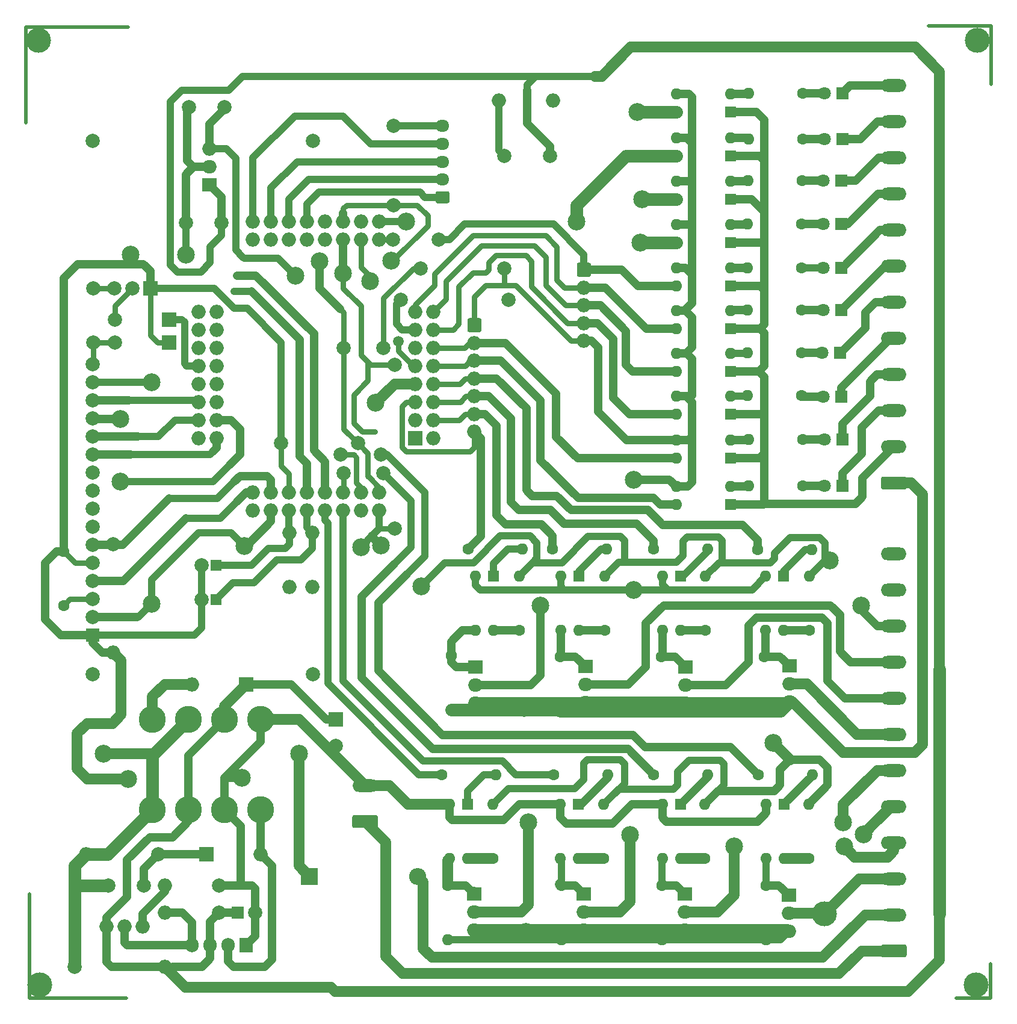
<source format=gbr>
%TF.GenerationSoftware,KiCad,Pcbnew,(5.1.6)-1*%
%TF.CreationDate,2021-03-07T00:25:50+06:00*%
%TF.ProjectId,Cabinate,43616269-6e61-4746-952e-6b696361645f,rev?*%
%TF.SameCoordinates,Original*%
%TF.FileFunction,Copper,L2,Bot*%
%TF.FilePolarity,Positive*%
%FSLAX46Y46*%
G04 Gerber Fmt 4.6, Leading zero omitted, Abs format (unit mm)*
G04 Created by KiCad (PCBNEW (5.1.6)-1) date 2021-03-07 00:25:50*
%MOMM*%
%LPD*%
G01*
G04 APERTURE LIST*
%TA.AperFunction,ComponentPad*%
%ADD10O,1.600000X1.600000*%
%TD*%
%TA.AperFunction,ComponentPad*%
%ADD11R,1.600000X1.600000*%
%TD*%
%TA.AperFunction,ComponentPad*%
%ADD12C,1.600000*%
%TD*%
%TA.AperFunction,ComponentPad*%
%ADD13C,1.800000*%
%TD*%
%TA.AperFunction,ComponentPad*%
%ADD14R,1.800000X1.800000*%
%TD*%
%TA.AperFunction,ComponentPad*%
%ADD15O,3.600000X1.800000*%
%TD*%
%TA.AperFunction,ComponentPad*%
%ADD16C,2.000000*%
%TD*%
%TA.AperFunction,ComponentPad*%
%ADD17R,2.000000X2.000000*%
%TD*%
%TA.AperFunction,ComponentPad*%
%ADD18O,2.000000X1.905000*%
%TD*%
%TA.AperFunction,ComponentPad*%
%ADD19R,2.000000X1.905000*%
%TD*%
%TA.AperFunction,ComponentPad*%
%ADD20O,2.000000X2.000000*%
%TD*%
%TA.AperFunction,ComponentPad*%
%ADD21O,1.950000X1.700000*%
%TD*%
%TA.AperFunction,ComponentPad*%
%ADD22O,2.400000X2.400000*%
%TD*%
%TA.AperFunction,ComponentPad*%
%ADD23R,2.400000X2.400000*%
%TD*%
%TA.AperFunction,ComponentPad*%
%ADD24R,1.879600X1.879600*%
%TD*%
%TA.AperFunction,ComponentPad*%
%ADD25R,1.500000X1.500000*%
%TD*%
%TA.AperFunction,ComponentPad*%
%ADD26R,1.651000X1.651000*%
%TD*%
%TA.AperFunction,ComponentPad*%
%ADD27C,3.810000*%
%TD*%
%TA.AperFunction,ComponentPad*%
%ADD28O,1.905000X2.000000*%
%TD*%
%TA.AperFunction,ComponentPad*%
%ADD29R,1.905000X2.000000*%
%TD*%
%TA.AperFunction,ViaPad*%
%ADD30C,3.500000*%
%TD*%
%TA.AperFunction,ViaPad*%
%ADD31C,2.000000*%
%TD*%
%TA.AperFunction,ViaPad*%
%ADD32C,2.500000*%
%TD*%
%TA.AperFunction,ViaPad*%
%ADD33C,1.500000*%
%TD*%
%TA.AperFunction,Conductor*%
%ADD34C,0.500000*%
%TD*%
%TA.AperFunction,Conductor*%
%ADD35C,1.000000*%
%TD*%
%TA.AperFunction,Conductor*%
%ADD36C,1.200000*%
%TD*%
%TA.AperFunction,Conductor*%
%ADD37C,0.800000*%
%TD*%
%TA.AperFunction,Conductor*%
%ADD38C,1.500000*%
%TD*%
%TA.AperFunction,Conductor*%
%ADD39C,1.800000*%
%TD*%
G04 APERTURE END LIST*
D10*
%TO.P,U21,4*%
%TO.N,19*%
X161380000Y-38800000D03*
%TO.P,U21,2*%
%TO.N,Net-(R46-Pad2)*%
X169000000Y-36260000D03*
%TO.P,U21,3*%
%TO.N,GND*%
X161380000Y-36260000D03*
D11*
%TO.P,U21,1*%
%TO.N,+24V*%
X169000000Y-38800000D03*
%TD*%
D10*
%TO.P,R46,2*%
%TO.N,Net-(R46-Pad2)*%
X171580000Y-36200000D03*
D12*
%TO.P,R46,1*%
%TO.N,Net-(D13-Pad2)*%
X179200000Y-36200000D03*
%TD*%
D13*
%TO.P,D13,2*%
%TO.N,Net-(D13-Pad2)*%
X182200000Y-36200000D03*
D14*
%TO.P,D13,1*%
%TO.N,SW6*%
X184740000Y-36200000D03*
%TD*%
D10*
%TO.P,U20,4*%
%TO.N,9*%
X161380000Y-57200000D03*
%TO.P,U20,2*%
%TO.N,Net-(R45-Pad2)*%
X169000000Y-54660000D03*
%TO.P,U20,3*%
%TO.N,GND*%
X161380000Y-54660000D03*
D11*
%TO.P,U20,1*%
%TO.N,+24V*%
X169000000Y-57200000D03*
%TD*%
D10*
%TO.P,U19,4*%
%TO.N,7*%
X161380000Y-51100000D03*
%TO.P,U19,2*%
%TO.N,Net-(R44-Pad2)*%
X169000000Y-48560000D03*
%TO.P,U19,3*%
%TO.N,GND*%
X161380000Y-48560000D03*
D11*
%TO.P,U19,1*%
%TO.N,+24V*%
X169000000Y-51100000D03*
%TD*%
D10*
%TO.P,U18,4*%
%TO.N,18*%
X161380000Y-45000000D03*
%TO.P,U18,2*%
%TO.N,Net-(R43-Pad2)*%
X169000000Y-42460000D03*
%TO.P,U18,3*%
%TO.N,GND*%
X161380000Y-42460000D03*
D11*
%TO.P,U18,1*%
%TO.N,+24V*%
X169000000Y-45000000D03*
%TD*%
D10*
%TO.P,R45,2*%
%TO.N,Net-(R45-Pad2)*%
X171380000Y-54600000D03*
D12*
%TO.P,R45,1*%
%TO.N,Net-(D12-Pad2)*%
X179000000Y-54600000D03*
%TD*%
D10*
%TO.P,R44,2*%
%TO.N,Net-(R44-Pad2)*%
X171480000Y-48500000D03*
D12*
%TO.P,R44,1*%
%TO.N,Net-(D11-Pad2)*%
X179100000Y-48500000D03*
%TD*%
D10*
%TO.P,R43,2*%
%TO.N,Net-(R43-Pad2)*%
X171580000Y-42600000D03*
D12*
%TO.P,R43,1*%
%TO.N,Net-(D10-Pad2)*%
X179200000Y-42600000D03*
%TD*%
D13*
%TO.P,D12,2*%
%TO.N,Net-(D12-Pad2)*%
X182060000Y-54600000D03*
D14*
%TO.P,D12,1*%
%TO.N,SW5*%
X184600000Y-54600000D03*
%TD*%
D13*
%TO.P,D11,2*%
%TO.N,Net-(D11-Pad2)*%
X182060000Y-48500000D03*
D14*
%TO.P,D11,1*%
%TO.N,SW4*%
X184600000Y-48500000D03*
%TD*%
D13*
%TO.P,D10,2*%
%TO.N,Net-(D10-Pad2)*%
X182260000Y-42600000D03*
D14*
%TO.P,D10,1*%
%TO.N,SW3*%
X184800000Y-42600000D03*
%TD*%
D10*
%TO.P,U17,4*%
%TO.N,10*%
X161380000Y-94000000D03*
%TO.P,U17,2*%
%TO.N,Net-(R42-Pad2)*%
X169000000Y-91460000D03*
%TO.P,U17,3*%
%TO.N,GND*%
X161380000Y-91460000D03*
D11*
%TO.P,U17,1*%
%TO.N,+24V*%
X169000000Y-94000000D03*
%TD*%
D10*
%TO.P,R42,2*%
%TO.N,Net-(R42-Pad2)*%
X171580000Y-91400000D03*
D12*
%TO.P,R42,1*%
%TO.N,Net-(D4-Pad2)*%
X179200000Y-91400000D03*
%TD*%
D13*
%TO.P,D4,2*%
%TO.N,Net-(D4-Pad2)*%
X182260000Y-91400000D03*
D14*
%TO.P,D4,1*%
%TO.N,SW2*%
X184800000Y-91400000D03*
%TD*%
D15*
%TO.P,J3,2*%
%TO.N,GND*%
X117600000Y-133520000D03*
%TO.P,J3,1*%
%TO.N,Net-(J1-Pad1)*%
%TA.AperFunction,ComponentPad*%
G36*
G01*
X119150000Y-139500000D02*
X116050000Y-139500000D01*
G75*
G02*
X115800000Y-139250000I0J250000D01*
G01*
X115800000Y-137950000D01*
G75*
G02*
X116050000Y-137700000I250000J0D01*
G01*
X119150000Y-137700000D01*
G75*
G02*
X119400000Y-137950000I0J-250000D01*
G01*
X119400000Y-139250000D01*
G75*
G02*
X119150000Y-139500000I-250000J0D01*
G01*
G37*
%TD.AperFunction*%
%TD*%
D16*
%TO.P,C3,2*%
%TO.N,GND*%
X113500000Y-128000000D03*
D17*
%TO.P,C3,1*%
%TO.N,+12V*%
X113500000Y-124200000D03*
%TD*%
D10*
%TO.P,U16,4*%
%TO.N,Net-(R41-Pad1)*%
X176500000Y-111720000D03*
%TO.P,U16,2*%
%TO.N,GND*%
X173960000Y-104100000D03*
%TO.P,U16,3*%
%TO.N,Net-(Q9-Pad1)*%
X173960000Y-111720000D03*
D11*
%TO.P,U16,1*%
%TO.N,Net-(R40-Pad2)*%
X176500000Y-104100000D03*
%TD*%
D10*
%TO.P,U15,4*%
%TO.N,Net-(R38-Pad1)*%
X162040000Y-111720000D03*
%TO.P,U15,2*%
%TO.N,GND*%
X159500000Y-104100000D03*
%TO.P,U15,3*%
%TO.N,Net-(Q8-Pad1)*%
X159500000Y-111720000D03*
D11*
%TO.P,U15,1*%
%TO.N,Net-(R37-Pad2)*%
X162040000Y-104100000D03*
%TD*%
D10*
%TO.P,U14,4*%
%TO.N,Net-(R35-Pad1)*%
X147700000Y-111720000D03*
%TO.P,U14,2*%
%TO.N,GND*%
X145160000Y-104100000D03*
%TO.P,U14,3*%
%TO.N,Net-(Q7-Pad1)*%
X145160000Y-111720000D03*
D11*
%TO.P,U14,1*%
%TO.N,Net-(R34-Pad2)*%
X147700000Y-104100000D03*
%TD*%
D10*
%TO.P,U2,4*%
%TO.N,Net-(R32-Pad1)*%
X135700000Y-111720000D03*
%TO.P,U2,2*%
%TO.N,GND*%
X133160000Y-104100000D03*
%TO.P,U2,3*%
%TO.N,Net-(Q6-Pad1)*%
X133160000Y-111720000D03*
D11*
%TO.P,U2,1*%
%TO.N,Net-(R31-Pad2)*%
X135700000Y-104100000D03*
%TD*%
D10*
%TO.P,R41,2*%
%TO.N,VCC*%
X180100000Y-104080000D03*
D12*
%TO.P,R41,1*%
%TO.N,Net-(R41-Pad1)*%
X180100000Y-111700000D03*
%TD*%
D10*
%TO.P,R40,2*%
%TO.N,Net-(R40-Pad2)*%
X180420000Y-100400000D03*
D12*
%TO.P,R40,1*%
%TO.N,8*%
X172800000Y-100400000D03*
%TD*%
D10*
%TO.P,R39,2*%
%TO.N,GND1*%
X173800000Y-123020000D03*
D12*
%TO.P,R39,1*%
%TO.N,Net-(Q9-Pad1)*%
X173800000Y-115400000D03*
%TD*%
D10*
%TO.P,R38,2*%
%TO.N,VCC*%
X165500000Y-104080000D03*
D12*
%TO.P,R38,1*%
%TO.N,Net-(R38-Pad1)*%
X165500000Y-111700000D03*
%TD*%
D10*
%TO.P,R37,2*%
%TO.N,Net-(R37-Pad2)*%
X165820000Y-100300000D03*
D12*
%TO.P,R37,1*%
%TO.N,6*%
X158200000Y-100300000D03*
%TD*%
D10*
%TO.P,R36,2*%
%TO.N,GND1*%
X159300000Y-123020000D03*
D12*
%TO.P,R36,1*%
%TO.N,Net-(Q8-Pad1)*%
X159300000Y-115400000D03*
%TD*%
D10*
%TO.P,R35,2*%
%TO.N,VCC*%
X151300000Y-104080000D03*
D12*
%TO.P,R35,1*%
%TO.N,Net-(R35-Pad1)*%
X151300000Y-111700000D03*
%TD*%
D10*
%TO.P,R34,2*%
%TO.N,Net-(R34-Pad2)*%
X151620000Y-100300000D03*
D12*
%TO.P,R34,1*%
%TO.N,4*%
X144000000Y-100300000D03*
%TD*%
D10*
%TO.P,R33,2*%
%TO.N,GND1*%
X145100000Y-123020000D03*
D12*
%TO.P,R33,1*%
%TO.N,Net-(Q7-Pad1)*%
X145100000Y-115400000D03*
%TD*%
D10*
%TO.P,R32,2*%
%TO.N,VCC*%
X139300000Y-104080000D03*
D12*
%TO.P,R32,1*%
%TO.N,Net-(R32-Pad1)*%
X139300000Y-111700000D03*
%TD*%
D10*
%TO.P,R31,2*%
%TO.N,Net-(R31-Pad2)*%
X139720000Y-100300000D03*
D12*
%TO.P,R31,1*%
%TO.N,5*%
X132100000Y-100300000D03*
%TD*%
D10*
%TO.P,R30,2*%
%TO.N,GND1*%
X129700000Y-122920000D03*
D12*
%TO.P,R30,1*%
%TO.N,Net-(Q6-Pad1)*%
X129700000Y-115300000D03*
%TD*%
D18*
%TO.P,Q9,3*%
%TO.N,GND1*%
X177300000Y-121780000D03*
%TO.P,Q9,2*%
%TO.N,SOL5*%
X177300000Y-119240000D03*
D19*
%TO.P,Q9,1*%
%TO.N,Net-(Q9-Pad1)*%
X177300000Y-116700000D03*
%TD*%
D18*
%TO.P,Q8,3*%
%TO.N,GND1*%
X162700000Y-121980000D03*
%TO.P,Q8,2*%
%TO.N,SOL6*%
X162700000Y-119440000D03*
D19*
%TO.P,Q8,1*%
%TO.N,Net-(Q8-Pad1)*%
X162700000Y-116900000D03*
%TD*%
D18*
%TO.P,Q7,3*%
%TO.N,GND1*%
X148600000Y-121880000D03*
%TO.P,Q7,2*%
%TO.N,SOL7*%
X148600000Y-119340000D03*
D19*
%TO.P,Q7,1*%
%TO.N,Net-(Q7-Pad1)*%
X148600000Y-116800000D03*
%TD*%
D18*
%TO.P,Q6,3*%
%TO.N,GND1*%
X133100000Y-121980000D03*
%TO.P,Q6,2*%
%TO.N,SOL8*%
X133100000Y-119440000D03*
D19*
%TO.P,Q6,1*%
%TO.N,Net-(Q6-Pad1)*%
X133100000Y-116900000D03*
%TD*%
D20*
%TO.P,J5,5*%
%TO.N,GND*%
X148400000Y-71000000D03*
%TO.P,J5,4*%
%TO.N,ENC1*%
X148400000Y-68500000D03*
%TO.P,J5,3*%
%TO.N,ENC3*%
X148400000Y-66000000D03*
%TO.P,J5,2*%
%TO.N,ENC2*%
X148400000Y-63500000D03*
%TO.P,J5,1*%
%TO.N,ENC4*%
%TA.AperFunction,ComponentPad*%
G36*
G01*
X147694000Y-60000000D02*
X149106000Y-60000000D01*
G75*
G02*
X149400000Y-60294000I0J-294000D01*
G01*
X149400000Y-61706000D01*
G75*
G02*
X149106000Y-62000000I-294000J0D01*
G01*
X147694000Y-62000000D01*
G75*
G02*
X147400000Y-61706000I0J294000D01*
G01*
X147400000Y-60294000D01*
G75*
G02*
X147694000Y-60000000I294000J0D01*
G01*
G37*
%TD.AperFunction*%
%TD*%
D10*
%TO.P,R29,2*%
%TO.N,GND1*%
X174000000Y-155220000D03*
D12*
%TO.P,R29,1*%
%TO.N,Net-(Q1-Pad1)*%
X174000000Y-147600000D03*
%TD*%
D10*
%TO.P,R28,2*%
%TO.N,GND1*%
X159400000Y-155220000D03*
D12*
%TO.P,R28,1*%
%TO.N,Net-(Q3-Pad1)*%
X159400000Y-147600000D03*
%TD*%
D10*
%TO.P,R27,2*%
%TO.N,GND1*%
X145200000Y-155220000D03*
D12*
%TO.P,R27,1*%
%TO.N,Net-(Q2-Pad1)*%
X145200000Y-147600000D03*
%TD*%
D10*
%TO.P,R26,2*%
%TO.N,GND1*%
X129200000Y-155220000D03*
D12*
%TO.P,R26,1*%
%TO.N,Net-(Q4-Pad1)*%
X129200000Y-147600000D03*
%TD*%
D10*
%TO.P,U13,4*%
%TO.N,Net-(R24-Pad1)*%
X176600000Y-143820000D03*
%TO.P,U13,2*%
%TO.N,GND*%
X174060000Y-136200000D03*
%TO.P,U13,3*%
%TO.N,Net-(Q1-Pad1)*%
X174060000Y-143820000D03*
D11*
%TO.P,U13,1*%
%TO.N,Net-(R23-Pad2)*%
X176600000Y-136200000D03*
%TD*%
D10*
%TO.P,R24,2*%
%TO.N,VCC*%
X180000000Y-136180000D03*
D12*
%TO.P,R24,1*%
%TO.N,Net-(R24-Pad1)*%
X180000000Y-143800000D03*
%TD*%
D10*
%TO.P,R23,2*%
%TO.N,Net-(R23-Pad2)*%
X180520000Y-132000000D03*
D12*
%TO.P,R23,1*%
%TO.N,Q4*%
X172900000Y-132000000D03*
%TD*%
D10*
%TO.P,U12,4*%
%TO.N,Net-(R18-Pad1)*%
X162000000Y-143820000D03*
%TO.P,U12,2*%
%TO.N,GND*%
X159460000Y-136200000D03*
%TO.P,U12,3*%
%TO.N,Net-(Q3-Pad1)*%
X159460000Y-143820000D03*
D11*
%TO.P,U12,1*%
%TO.N,Net-(R17-Pad2)*%
X162000000Y-136200000D03*
%TD*%
D10*
%TO.P,R18,2*%
%TO.N,VCC*%
X165400000Y-136180000D03*
D12*
%TO.P,R18,1*%
%TO.N,Net-(R18-Pad1)*%
X165400000Y-143800000D03*
%TD*%
D10*
%TO.P,R17,2*%
%TO.N,Net-(R17-Pad2)*%
X165820000Y-132000000D03*
D12*
%TO.P,R17,1*%
%TO.N,Q5*%
X158200000Y-132000000D03*
%TD*%
D10*
%TO.P,U11,4*%
%TO.N,Net-(R16-Pad1)*%
X147600000Y-143820000D03*
%TO.P,U11,2*%
%TO.N,GND*%
X145060000Y-136200000D03*
%TO.P,U11,3*%
%TO.N,Net-(Q2-Pad1)*%
X145060000Y-143820000D03*
D11*
%TO.P,U11,1*%
%TO.N,Net-(R15-Pad2)*%
X147600000Y-136200000D03*
%TD*%
D10*
%TO.P,R16,2*%
%TO.N,VCC*%
X151200000Y-136180000D03*
D12*
%TO.P,R16,1*%
%TO.N,Net-(R16-Pad1)*%
X151200000Y-143800000D03*
%TD*%
D10*
%TO.P,R15,2*%
%TO.N,Net-(R15-Pad2)*%
X151720000Y-132000000D03*
D12*
%TO.P,R15,1*%
%TO.N,Q6*%
X144100000Y-132000000D03*
%TD*%
D18*
%TO.P,Q4,3*%
%TO.N,GND1*%
X133000000Y-153880000D03*
%TO.P,Q4,2*%
%TO.N,SOL4*%
X133000000Y-151340000D03*
D19*
%TO.P,Q4,1*%
%TO.N,Net-(Q4-Pad1)*%
X133000000Y-148800000D03*
%TD*%
D10*
%TO.P,R14,2*%
%TO.N,VCC*%
X135600000Y-136180000D03*
D12*
%TO.P,R14,1*%
%TO.N,Net-(R14-Pad1)*%
X135600000Y-143800000D03*
%TD*%
D10*
%TO.P,U10,4*%
%TO.N,Net-(R14-Pad1)*%
X132000000Y-143820000D03*
%TO.P,U10,2*%
%TO.N,GND*%
X129460000Y-136200000D03*
%TO.P,U10,3*%
%TO.N,Net-(Q4-Pad1)*%
X129460000Y-143820000D03*
D11*
%TO.P,U10,1*%
%TO.N,Net-(R10-Pad2)*%
X132000000Y-136200000D03*
%TD*%
D10*
%TO.P,R10,2*%
%TO.N,Net-(R10-Pad2)*%
X136020000Y-132000000D03*
D12*
%TO.P,R10,1*%
%TO.N,Q7*%
X128400000Y-132000000D03*
%TD*%
D18*
%TO.P,Q3,3*%
%TO.N,GND1*%
X162600000Y-153880000D03*
%TO.P,Q3,2*%
%TO.N,SOL2*%
X162600000Y-151340000D03*
D19*
%TO.P,Q3,1*%
%TO.N,Net-(Q3-Pad1)*%
X162600000Y-148800000D03*
%TD*%
D18*
%TO.P,Q2,3*%
%TO.N,GND1*%
X148400000Y-153880000D03*
%TO.P,Q2,2*%
%TO.N,SOL3*%
X148400000Y-151340000D03*
D19*
%TO.P,Q2,1*%
%TO.N,Net-(Q2-Pad1)*%
X148400000Y-148800000D03*
%TD*%
D18*
%TO.P,Q1,3*%
%TO.N,GND1*%
X177200000Y-154080000D03*
%TO.P,Q1,2*%
%TO.N,SOL1*%
X177200000Y-151540000D03*
D19*
%TO.P,Q1,1*%
%TO.N,Net-(Q1-Pad1)*%
X177200000Y-149000000D03*
%TD*%
D10*
%TO.P,U9,4*%
%TO.N,12*%
X161380000Y-87500000D03*
%TO.P,U9,2*%
%TO.N,Net-(R9-Pad2)*%
X169000000Y-84960000D03*
%TO.P,U9,3*%
%TO.N,GND*%
X161380000Y-84960000D03*
D11*
%TO.P,U9,1*%
%TO.N,+24V*%
X169000000Y-87500000D03*
%TD*%
D10*
%TO.P,R9,2*%
%TO.N,Net-(R9-Pad2)*%
X171580000Y-84900000D03*
D12*
%TO.P,R9,1*%
%TO.N,Net-(D9-Pad2)*%
X179200000Y-84900000D03*
%TD*%
D13*
%TO.P,D9,2*%
%TO.N,Net-(D9-Pad2)*%
X182260000Y-84900000D03*
D14*
%TO.P,D9,1*%
%TO.N,SW1*%
X184800000Y-84900000D03*
%TD*%
D21*
%TO.P,J7,5*%
%TO.N,GND*%
X128500000Y-40800000D03*
%TO.P,J7,4*%
%TO.N,Net-(J7-Pad4)*%
X128500000Y-43300000D03*
%TO.P,J7,3*%
%TO.N,Net-(J7-Pad3)*%
X128500000Y-45800000D03*
%TO.P,J7,2*%
%TO.N,Net-(J7-Pad2)*%
X128500000Y-48300000D03*
%TO.P,J7,1*%
%TO.N,Net-(J7-Pad1)*%
%TA.AperFunction,ComponentPad*%
G36*
G01*
X129225000Y-51650000D02*
X127775000Y-51650000D01*
G75*
G02*
X127525000Y-51400000I0J250000D01*
G01*
X127525000Y-50200000D01*
G75*
G02*
X127775000Y-49950000I250000J0D01*
G01*
X129225000Y-49950000D01*
G75*
G02*
X129475000Y-50200000I0J-250000D01*
G01*
X129475000Y-51400000D01*
G75*
G02*
X129225000Y-51650000I-250000J0D01*
G01*
G37*
%TD.AperFunction*%
%TD*%
D22*
%TO.P,D2,2*%
%TO.N,Net-(D2-Pad2)*%
X125040000Y-146300000D03*
D23*
%TO.P,D2,1*%
%TO.N,+48V*%
X109800000Y-146300000D03*
%TD*%
D13*
%TO.P,D8,2*%
%TO.N,Net-(D8-Pad2)*%
X182060000Y-78900000D03*
D14*
%TO.P,D8,1*%
%TO.N,B2*%
X184600000Y-78900000D03*
%TD*%
D13*
%TO.P,D7,2*%
%TO.N,Net-(D7-Pad2)*%
X181860000Y-72700000D03*
D14*
%TO.P,D7,1*%
%TO.N,A2*%
X184400000Y-72700000D03*
%TD*%
D13*
%TO.P,D6,2*%
%TO.N,Net-(D6-Pad2)*%
X182060000Y-66700000D03*
D14*
%TO.P,D6,1*%
%TO.N,B1*%
X184600000Y-66700000D03*
%TD*%
D10*
%TO.P,R8,2*%
%TO.N,Net-(R8-Pad2)*%
X171380000Y-78700000D03*
D12*
%TO.P,R8,1*%
%TO.N,Net-(D8-Pad2)*%
X179000000Y-78700000D03*
%TD*%
D10*
%TO.P,R7,2*%
%TO.N,Net-(R7-Pad2)*%
X171380000Y-72700000D03*
D12*
%TO.P,R7,1*%
%TO.N,Net-(D7-Pad2)*%
X179000000Y-72700000D03*
%TD*%
D10*
%TO.P,R6,2*%
%TO.N,Net-(R6-Pad2)*%
X171380000Y-66700000D03*
D12*
%TO.P,R6,1*%
%TO.N,Net-(D6-Pad2)*%
X179000000Y-66700000D03*
%TD*%
D10*
%TO.P,R5,2*%
%TO.N,Net-(R5-Pad2)*%
X171380000Y-60700000D03*
D12*
%TO.P,R5,1*%
%TO.N,Net-(D5-Pad2)*%
X179000000Y-60700000D03*
%TD*%
D13*
%TO.P,D5,2*%
%TO.N,Net-(D5-Pad2)*%
X182060000Y-60700000D03*
D14*
%TO.P,D5,1*%
%TO.N,A1*%
X184600000Y-60700000D03*
%TD*%
D10*
%TO.P,U8,4*%
%TO.N,ENC1*%
X161380000Y-81300000D03*
%TO.P,U8,2*%
%TO.N,Net-(R8-Pad2)*%
X169000000Y-78760000D03*
%TO.P,U8,3*%
%TO.N,GND*%
X161380000Y-78760000D03*
D11*
%TO.P,U8,1*%
%TO.N,+24V*%
X169000000Y-81300000D03*
%TD*%
D10*
%TO.P,U7,4*%
%TO.N,ENC3*%
X161380000Y-75300000D03*
%TO.P,U7,2*%
%TO.N,Net-(R7-Pad2)*%
X169000000Y-72760000D03*
%TO.P,U7,3*%
%TO.N,GND*%
X161380000Y-72760000D03*
D11*
%TO.P,U7,1*%
%TO.N,+24V*%
X169000000Y-75300000D03*
%TD*%
D10*
%TO.P,U5,4*%
%TO.N,ENC2*%
X161380000Y-69300000D03*
%TO.P,U5,2*%
%TO.N,Net-(R6-Pad2)*%
X169000000Y-66760000D03*
%TO.P,U5,3*%
%TO.N,GND*%
X161380000Y-66760000D03*
D11*
%TO.P,U5,1*%
%TO.N,+24V*%
X169000000Y-69300000D03*
%TD*%
D10*
%TO.P,U4,4*%
%TO.N,ENC4*%
X161380000Y-63300000D03*
%TO.P,U4,2*%
%TO.N,Net-(R5-Pad2)*%
X169000000Y-60760000D03*
%TO.P,U4,3*%
%TO.N,GND*%
X161380000Y-60760000D03*
D11*
%TO.P,U4,1*%
%TO.N,+24V*%
X169000000Y-63300000D03*
%TD*%
D20*
%TO.P,R25,2*%
%TO.N,GND*%
X82200000Y-114840000D03*
D16*
%TO.P,R25,1*%
%TO.N,E*%
X82200000Y-99600000D03*
%TD*%
%TO.P,LCD1,*%
%TO.N,*%
X110299080Y-42901980D03*
X79300920Y-42901980D03*
X110299080Y-117898020D03*
X79300920Y-117898020D03*
%TO.P,LCD1,16*%
%TO.N,LED-*%
X79300920Y-74301460D03*
%TO.P,LCD1,15*%
%TO.N,VCC*%
X79300920Y-76841460D03*
%TO.P,LCD1,14*%
%TO.N,D7*%
X79300920Y-79381460D03*
%TO.P,LCD1,13*%
%TO.N,D6*%
X79300920Y-81918920D03*
%TO.P,LCD1,12*%
%TO.N,D5*%
X79300920Y-84458920D03*
%TO.P,LCD1,11*%
%TO.N,D4*%
X79300920Y-86998920D03*
%TO.P,LCD1,10*%
%TO.N,N/C*%
X79300920Y-89538920D03*
%TO.P,LCD1,9*%
X79300920Y-92078920D03*
%TO.P,LCD1,8*%
X79300920Y-94618920D03*
%TO.P,LCD1,7*%
X79300920Y-97158920D03*
%TO.P,LCD1,6*%
%TO.N,E*%
X79300920Y-99698920D03*
%TO.P,LCD1,5*%
%TO.N,GND*%
X79300920Y-102238920D03*
%TO.P,LCD1,4*%
%TO.N,RS*%
X79300920Y-104778920D03*
%TO.P,LCD1,3*%
%TO.N,Net-(LCD1-Pad3)*%
X79300920Y-107318920D03*
%TO.P,LCD1,2*%
%TO.N,VCC*%
X79300920Y-109858920D03*
D24*
%TO.P,LCD1,1*%
%TO.N,GND*%
X79300920Y-112398920D03*
%TD*%
D20*
%TO.P,J4,7*%
%TO.N,5*%
X133000000Y-83800000D03*
%TO.P,J4,6*%
%TO.N,4*%
X133000000Y-81300000D03*
%TO.P,J4,5*%
%TO.N,6*%
X133000000Y-78800000D03*
%TO.P,J4,4*%
%TO.N,8*%
X133000000Y-76300000D03*
%TO.P,J4,3*%
%TO.N,10*%
X133000000Y-73800000D03*
%TO.P,J4,2*%
%TO.N,12*%
X133000000Y-71300000D03*
%TO.P,J4,1*%
%TO.N,GND*%
%TA.AperFunction,ComponentPad*%
G36*
G01*
X132294000Y-67800000D02*
X133706000Y-67800000D01*
G75*
G02*
X134000000Y-68094000I0J-294000D01*
G01*
X134000000Y-69506000D01*
G75*
G02*
X133706000Y-69800000I-294000J0D01*
G01*
X132294000Y-69800000D01*
G75*
G02*
X132000000Y-69506000I0J294000D01*
G01*
X132000000Y-68094000D01*
G75*
G02*
X132294000Y-67800000I294000J0D01*
G01*
G37*
%TD.AperFunction*%
%TD*%
D17*
%TO.P,R22,2*%
%TO.N,GND*%
X90020000Y-71200000D03*
D16*
%TO.P,R22,1*%
%TO.N,LED-*%
X82400000Y-71200000D03*
%TD*%
%TO.P,R21,2*%
%TO.N,Net-(Q5-Pad3)*%
X79400000Y-63580000D03*
%TO.P,R21,1*%
%TO.N,LED-*%
X79400000Y-71200000D03*
%TD*%
D17*
%TO.P,R20,2*%
%TO.N,BKLED*%
X90020000Y-68000000D03*
D16*
%TO.P,R20,1*%
%TO.N,Net-(Q5-Pad2)*%
X82400000Y-68000000D03*
%TD*%
D17*
%TO.P,Q5,1*%
%TO.N,GND*%
X87400000Y-63600000D03*
D16*
%TO.P,Q5,3*%
%TO.N,Net-(Q5-Pad3)*%
X82320000Y-63600000D03*
%TO.P,Q5,2*%
%TO.N,Net-(Q5-Pad2)*%
X84860000Y-63600000D03*
%TD*%
%TO.P,C7,2*%
%TO.N,GND*%
X92800000Y-38100000D03*
%TO.P,C7,1*%
%TO.N,VCC*%
X97800000Y-38100000D03*
%TD*%
%TO.P,C6,2*%
%TO.N,GND*%
X92400000Y-54400000D03*
%TO.P,C6,1*%
%TO.N,+12V*%
X97400000Y-54400000D03*
%TD*%
D20*
%TO.P,U6,3*%
%TO.N,VCC*%
X95700000Y-44010000D03*
D18*
%TO.P,U6,2*%
%TO.N,GND*%
X95700000Y-46550000D03*
D19*
%TO.P,U6,1*%
%TO.N,+12V*%
X95700000Y-49090000D03*
%TD*%
D20*
%TO.P,R19,2*%
%TO.N,N/C*%
X110200000Y-105620000D03*
%TO.P,R19,1*%
%TO.N,ADC5*%
X110200000Y-98000000D03*
%TD*%
D16*
%TO.P,C5,2*%
%TO.N,GND*%
X94600000Y-107400000D03*
D25*
%TO.P,C5,1*%
%TO.N,ADC5*%
X96600000Y-107400000D03*
%TD*%
D20*
%TO.P,R13,2*%
%TO.N,N/C*%
X107000000Y-105620000D03*
%TO.P,R13,1*%
%TO.N,ADC7*%
X107000000Y-98000000D03*
%TD*%
D16*
%TO.P,C4,2*%
%TO.N,GND*%
X94600000Y-102600000D03*
D25*
%TO.P,C4,1*%
%TO.N,ADC7*%
X96600000Y-102600000D03*
%TD*%
D20*
%TO.P,R12,2*%
%TO.N,N/C*%
X144020000Y-37200000D03*
%TO.P,R12,1*%
%TO.N,Net-(LS1-Pad-)*%
X136400000Y-37200000D03*
%TD*%
D16*
%TO.P,LS1,-*%
%TO.N,Net-(LS1-Pad-)*%
X137151340Y-45000000D03*
%TO.P,LS1,+*%
%TO.N,+12V*%
X143648660Y-45000000D03*
%TD*%
D10*
%TO.P,R11,2*%
%TO.N,GND*%
X75200000Y-100580000D03*
D12*
%TO.P,R11,1*%
%TO.N,Net-(LCD1-Pad3)*%
X75200000Y-108200000D03*
%TD*%
D20*
%TO.P,R4,2*%
%TO.N,Net-(R4-Pad2)*%
X89480000Y-147600000D03*
D16*
%TO.P,R4,1*%
%TO.N,GND*%
X97100000Y-147600000D03*
%TD*%
D20*
%TO.P,RV1,3*%
%TO.N,+12V*%
X81220000Y-153400000D03*
%TO.P,RV1,2*%
%TO.N,Net-(R2-Pad2)*%
X83760000Y-153400000D03*
%TO.P,RV1,1*%
%TO.N,Net-(R4-Pad2)*%
X86300000Y-153400000D03*
%TD*%
%TO.P,D3,2*%
%TO.N,Net-(D3-Pad2)*%
X93280000Y-119300000D03*
D17*
%TO.P,D3,1*%
%TO.N,+12V*%
X100900000Y-119300000D03*
%TD*%
D20*
%TO.P,R3,2*%
%TO.N,+12V*%
X89400000Y-159000000D03*
D16*
%TO.P,R3,1*%
%TO.N,+48V*%
X76700000Y-159000000D03*
%TD*%
D20*
%TO.P,R2,2*%
%TO.N,Net-(R2-Pad2)*%
X89480000Y-151400000D03*
D16*
%TO.P,R2,1*%
%TO.N,+12V*%
X97100000Y-151400000D03*
%TD*%
%TO.P,C2,2*%
%TO.N,GND*%
X102149680Y-151400000D03*
D26*
%TO.P,C2,1*%
%TO.N,+12V*%
X99650320Y-151400000D03*
%TD*%
D20*
%TO.P,R1,2*%
%TO.N,+48V*%
X78340000Y-143200000D03*
D16*
%TO.P,R1,1*%
%TO.N,Net-(C1-Pad2)*%
X88500000Y-143200000D03*
%TD*%
D15*
%TO.P,J2,12*%
%TO.N,SW6*%
X192000000Y-35120000D03*
%TO.P,J2,11*%
%TO.N,SW3*%
X192000000Y-40200000D03*
%TO.P,J2,10*%
%TO.N,SW4*%
X192000000Y-45280000D03*
%TO.P,J2,9*%
%TO.N,SW5*%
X192000000Y-50360000D03*
%TO.P,J2,8*%
%TO.N,A1*%
X192000000Y-55440000D03*
%TO.P,J2,7*%
%TO.N,B1*%
X192000000Y-60520000D03*
%TO.P,J2,6*%
%TO.N,A2*%
X192000000Y-65600000D03*
%TO.P,J2,5*%
%TO.N,B2*%
X192000000Y-70680000D03*
%TO.P,J2,4*%
%TO.N,SW1*%
X192000000Y-75760000D03*
%TO.P,J2,3*%
%TO.N,SW2*%
X192000000Y-80840000D03*
%TO.P,J2,2*%
%TO.N,+24V*%
X192000000Y-85920000D03*
%TO.P,J2,1*%
%TO.N,GND1*%
%TA.AperFunction,ComponentPad*%
G36*
G01*
X193550000Y-91900000D02*
X190450000Y-91900000D01*
G75*
G02*
X190200000Y-91650000I0J250000D01*
G01*
X190200000Y-90350000D01*
G75*
G02*
X190450000Y-90100000I250000J0D01*
G01*
X193550000Y-90100000D01*
G75*
G02*
X193800000Y-90350000I0J-250000D01*
G01*
X193800000Y-91650000D01*
G75*
G02*
X193550000Y-91900000I-250000J0D01*
G01*
G37*
%TD.AperFunction*%
%TD*%
%TO.P,J1,12*%
%TO.N,N/C*%
X192000000Y-100920000D03*
%TO.P,J1,11*%
X192000000Y-106000000D03*
%TO.P,J1,10*%
%TO.N,SOL8*%
X192000000Y-111080000D03*
%TO.P,J1,9*%
%TO.N,SOL7*%
X192000000Y-116160000D03*
%TO.P,J1,8*%
%TO.N,SOL6*%
X192000000Y-121240000D03*
%TO.P,J1,7*%
%TO.N,SOL5*%
X192000000Y-126320000D03*
%TO.P,J1,6*%
%TO.N,SOL4*%
X192000000Y-131400000D03*
%TO.P,J1,5*%
%TO.N,SOL3*%
X192000000Y-136480000D03*
%TO.P,J1,4*%
%TO.N,SOL2*%
X192000000Y-141560000D03*
%TO.P,J1,3*%
%TO.N,SOL1*%
X192000000Y-146640000D03*
%TO.P,J1,2*%
%TO.N,Net-(D2-Pad2)*%
X192000000Y-151720000D03*
%TO.P,J1,1*%
%TO.N,Net-(J1-Pad1)*%
%TA.AperFunction,ComponentPad*%
G36*
G01*
X193550000Y-157700000D02*
X190450000Y-157700000D01*
G75*
G02*
X190200000Y-157450000I0J250000D01*
G01*
X190200000Y-156150000D01*
G75*
G02*
X190450000Y-155900000I250000J0D01*
G01*
X193550000Y-155900000D01*
G75*
G02*
X193800000Y-156150000I0J-250000D01*
G01*
X193800000Y-157450000D01*
G75*
G02*
X193550000Y-157700000I-250000J0D01*
G01*
G37*
%TD.AperFunction*%
%TD*%
D20*
%TO.P,D1,2*%
%TO.N,Net-(D1-Pad2)*%
X102920000Y-143200000D03*
D17*
%TO.P,D1,1*%
%TO.N,Net-(C1-Pad2)*%
X95300000Y-143200000D03*
%TD*%
D16*
%TO.P,C1,2*%
%TO.N,Net-(C1-Pad2)*%
X86500000Y-147600000D03*
%TO.P,C1,1*%
%TO.N,+48V*%
X81500000Y-147600000D03*
%TD*%
D27*
%TO.P,TX1,P$5*%
%TO.N,GND*%
X102920000Y-124250000D03*
%TO.P,TX1,P$4*%
%TO.N,Net-(D1-Pad2)*%
X102920000Y-136950000D03*
%TO.P,TX1,P$8*%
%TO.N,Net-(D3-Pad2)*%
X87680000Y-124250000D03*
%TO.P,TX1,P$1*%
%TO.N,+48V*%
X87680000Y-136950000D03*
%TO.P,TX1,P$6*%
%TO.N,+12V*%
X97840000Y-124250000D03*
%TO.P,TX1,P$3*%
%TO.N,GND*%
X97840000Y-136950000D03*
%TO.P,TX1,P$7*%
%TO.N,+48V*%
X92760000Y-124250000D03*
%TO.P,TX1,P$2*%
%TO.N,+12V*%
X92760000Y-136950000D03*
%TD*%
D28*
%TO.P,U3,4*%
%TO.N,Net-(R2-Pad2)*%
X93280000Y-156000000D03*
%TO.P,U3,3*%
%TO.N,+12V*%
X95820000Y-156000000D03*
%TO.P,U3,2*%
%TO.N,Net-(D1-Pad2)*%
X98360000Y-156000000D03*
D29*
%TO.P,U3,1*%
%TO.N,GND*%
X100900000Y-156000000D03*
%TD*%
D20*
%TO.P,U1,56*%
%TO.N,ADC5*%
X109460000Y-94830000D03*
%TO.P,U1,63*%
%TO.N,GND*%
X119620000Y-92290000D03*
%TO.P,U1,64*%
%TO.N,VCC*%
X119620000Y-94830000D03*
%TO.P,U1,61*%
%TO.N,Q4*%
X117080000Y-92290000D03*
%TO.P,U1,62*%
%TO.N,N/C*%
X117080000Y-94830000D03*
%TO.P,U1,59*%
%TO.N,Q5*%
X114540000Y-92290000D03*
%TO.P,U1,60*%
%TO.N,Q6*%
X114540000Y-94830000D03*
%TO.P,U1,57*%
%TO.N,N/C*%
X112000000Y-92290000D03*
%TO.P,U1,58*%
%TO.N,Q7*%
X112000000Y-94830000D03*
%TO.P,U1,55*%
%TO.N,N/C*%
X109460000Y-92290000D03*
%TO.P,U1,53*%
%TO.N,GND*%
X106920000Y-92290000D03*
%TO.P,U1,54*%
%TO.N,ADC7*%
X106920000Y-94830000D03*
%TO.P,U1,52*%
%TO.N,VCC*%
X104380000Y-94830000D03*
%TO.P,U1,49*%
%TO.N,RS*%
X101840000Y-92290000D03*
%TO.P,U1,50*%
%TO.N,N/C*%
X101840000Y-94830000D03*
%TO.P,U1,51*%
%TO.N,E*%
X104380000Y-92290000D03*
%TO.P,U1,34*%
%TO.N,N/C*%
X94220000Y-66890000D03*
%TO.P,U1,33*%
X96760000Y-66890000D03*
%TO.P,U1,36*%
X94220000Y-69430000D03*
%TO.P,U1,35*%
X96760000Y-69430000D03*
%TO.P,U1,38*%
X94220000Y-71970000D03*
%TO.P,U1,37*%
X96760000Y-71970000D03*
%TO.P,U1,40*%
%TO.N,BKLED*%
X94220000Y-74510000D03*
%TO.P,U1,39*%
%TO.N,N/C*%
X96760000Y-74510000D03*
%TO.P,U1,42*%
X94220000Y-77050000D03*
%TO.P,U1,41*%
X96760000Y-77050000D03*
%TO.P,U1,44*%
%TO.N,D7*%
X94220000Y-79590000D03*
%TO.P,U1,43*%
%TO.N,N/C*%
X96760000Y-79590000D03*
%TO.P,U1,46*%
%TO.N,D5*%
X94220000Y-82130000D03*
%TO.P,U1,45*%
%TO.N,D6*%
X96760000Y-82130000D03*
%TO.P,U1,48*%
%TO.N,N/C*%
X94220000Y-84670000D03*
%TO.P,U1,47*%
%TO.N,D4*%
X96760000Y-84670000D03*
%TO.P,U1,2*%
%TO.N,N/C*%
X127240000Y-84670000D03*
D17*
%TO.P,U1,1*%
X124700000Y-84670000D03*
D20*
%TO.P,U1,4*%
%TO.N,4*%
X127240000Y-82130000D03*
%TO.P,U1,3*%
%TO.N,N/C*%
X124700000Y-82130000D03*
%TO.P,U1,6*%
%TO.N,6*%
X127240000Y-79590000D03*
%TO.P,U1,5*%
%TO.N,5*%
X124700000Y-79590000D03*
%TO.P,U1,8*%
%TO.N,8*%
X127240000Y-77050000D03*
%TO.P,U1,7*%
%TO.N,7*%
X124700000Y-77050000D03*
%TO.P,U1,10*%
%TO.N,10*%
X127240000Y-74510000D03*
%TO.P,U1,9*%
%TO.N,9*%
X124700000Y-74510000D03*
%TO.P,U1,12*%
%TO.N,12*%
X127240000Y-71970000D03*
%TO.P,U1,11*%
%TO.N,N/C*%
X124700000Y-71970000D03*
%TO.P,U1,14*%
%TO.N,ENC1*%
X127240000Y-69430000D03*
%TO.P,U1,13*%
%TO.N,N/C*%
X124700000Y-69430000D03*
%TO.P,U1,16*%
%TO.N,ENC3*%
X127240000Y-66890000D03*
%TO.P,U1,15*%
%TO.N,ENC2*%
X124700000Y-66890000D03*
%TO.P,U1,30*%
%TO.N,Net-(J7-Pad3)*%
X104380000Y-54190000D03*
%TO.P,U1,31*%
%TO.N,N/C*%
X101840000Y-56730000D03*
%TO.P,U1,32*%
%TO.N,Net-(J7-Pad4)*%
X101840000Y-54190000D03*
%TO.P,U1,29*%
%TO.N,N/C*%
X104380000Y-56730000D03*
%TO.P,U1,27*%
X106920000Y-56730000D03*
%TO.P,U1,28*%
%TO.N,Net-(J7-Pad2)*%
X106920000Y-54190000D03*
%TO.P,U1,25*%
%TO.N,N/C*%
X109460000Y-56730000D03*
%TO.P,U1,26*%
%TO.N,Net-(J7-Pad1)*%
X109460000Y-54190000D03*
%TO.P,U1,23*%
%TO.N,N/C*%
X112000000Y-56730000D03*
%TO.P,U1,24*%
X112000000Y-54190000D03*
%TO.P,U1,21*%
%TO.N,VCC*%
X114540000Y-56730000D03*
%TO.P,U1,22*%
%TO.N,GND*%
X114540000Y-54190000D03*
%TO.P,U1,19*%
%TO.N,19*%
X117080000Y-56730000D03*
%TO.P,U1,20*%
%TO.N,N/C*%
X117080000Y-54190000D03*
%TO.P,U1,17*%
%TO.N,ENC4*%
X119620000Y-56730000D03*
%TO.P,U1,18*%
%TO.N,18*%
X119620000Y-54190000D03*
%TD*%
D30*
%TO.N,*%
X203700000Y-28700000D03*
X203600000Y-161600000D03*
X71800000Y-161600000D03*
X71700000Y-28700000D03*
D31*
X122600000Y-65200000D03*
X137800000Y-65200000D03*
D32*
%TO.N,GND*%
X121300000Y-59700000D03*
X111200000Y-59800000D03*
D31*
X116600000Y-85400000D03*
X105800000Y-85400000D03*
X120200000Y-72000000D03*
X114600000Y-72000000D03*
D32*
X100240000Y-132460000D03*
X84300000Y-132600000D03*
D31*
X125400000Y-60800000D03*
X137200000Y-60800000D03*
X121600000Y-51900000D03*
X121600000Y-40800000D03*
D32*
X155400000Y-106000000D03*
X155400000Y-90500000D03*
X92400000Y-58900000D03*
X84600000Y-58900000D03*
%TO.N,VCC*%
X117000000Y-100000000D03*
X100600000Y-99850000D03*
D31*
X121800000Y-97400000D03*
X121800000Y-74400000D03*
D32*
X87600000Y-76800000D03*
X87600000Y-108000000D03*
X125500000Y-105500000D03*
X107800000Y-61800000D03*
X114540000Y-61540000D03*
X119800000Y-99800000D03*
X175000000Y-127500000D03*
X183000000Y-101900000D03*
%TO.N,+48V*%
X108300000Y-129100000D03*
X80800000Y-129100000D03*
%TO.N,D6*%
X83200000Y-90800000D03*
X83200000Y-82000000D03*
D31*
%TO.N,ENC4*%
X121530000Y-56730000D03*
X127930000Y-56730000D03*
D30*
%TO.N,SOL1*%
X182200000Y-151600000D03*
D32*
%TO.N,SOL3*%
X154900000Y-140500000D03*
X187699999Y-140399999D03*
%TO.N,SOL2*%
X169500000Y-142100000D03*
X185000000Y-142100000D03*
%TO.N,SOL4*%
X140600000Y-138700000D03*
X184900000Y-138699999D03*
D31*
%TO.N,Q4*%
X114200000Y-87000000D03*
X119800000Y-87000000D03*
%TO.N,Q5*%
X120200000Y-89600000D03*
X114600000Y-89600000D03*
D32*
%TO.N,SOL8*%
X142300000Y-108200000D03*
X187400000Y-108200000D03*
%TO.N,7*%
X156600000Y-51100000D03*
X119100000Y-79700000D03*
%TO.N,9*%
X156300000Y-57200000D03*
D33*
X122300000Y-71100000D03*
D32*
%TO.N,19*%
X118300000Y-62600000D03*
X155900000Y-38800000D03*
%TO.N,18*%
X123390000Y-54190000D03*
X147390000Y-54190000D03*
%TO.N,GND1*%
X140200000Y-154100000D03*
X140000000Y-122600000D03*
%TD*%
D34*
%TO.N,*%
X205600000Y-158600000D02*
X205600000Y-163400000D01*
X205600000Y-163400000D02*
X200800000Y-163400000D01*
X84300000Y-26900000D02*
X69900000Y-26900000D01*
X69900000Y-26900000D02*
X69900000Y-40300000D01*
X70400000Y-148800000D02*
X70400000Y-163400000D01*
X70400000Y-163400000D02*
X84000000Y-163400000D01*
X205700000Y-34900000D02*
X205700000Y-26700000D01*
X205700000Y-26700000D02*
X196900000Y-26700000D01*
D35*
X106600000Y-106020000D02*
X107000000Y-105620000D01*
D36*
X99600000Y-61800000D02*
X102200000Y-61800000D01*
X102200000Y-61800000D02*
X110400000Y-70000000D01*
X110400000Y-70000000D02*
X110400000Y-86400000D01*
X112000000Y-88000000D02*
X112000000Y-92290000D01*
X110400000Y-86400000D02*
X112000000Y-88000000D01*
X101600000Y-64000000D02*
X108400000Y-70800000D01*
X108400000Y-70800000D02*
X108400000Y-87200000D01*
X109460000Y-88260000D02*
X109460000Y-92290000D01*
X108400000Y-87200000D02*
X109460000Y-88260000D01*
D35*
X101600000Y-64000000D02*
X99200000Y-64000000D01*
X122830000Y-69430000D02*
X124700000Y-69430000D01*
X122000000Y-68600000D02*
X122830000Y-69430000D01*
X122600000Y-65200000D02*
X122000000Y-65800000D01*
X122000000Y-65800000D02*
X122000000Y-68600000D01*
D36*
%TO.N,GND*%
X102149680Y-154750320D02*
X100900000Y-156000000D01*
X102149680Y-151400000D02*
X102149680Y-154750320D01*
X97840000Y-132460000D02*
X97840000Y-136950000D01*
X102920000Y-124250000D02*
X102920000Y-127380000D01*
X102920000Y-127380000D02*
X97840000Y-132460000D01*
X101700000Y-147600000D02*
X100900000Y-147600000D01*
X102149680Y-151400000D02*
X102149680Y-148049680D01*
X102149680Y-148049680D02*
X101700000Y-147600000D01*
X97840000Y-136950000D02*
X100100000Y-139210000D01*
X100100000Y-147400000D02*
X100300000Y-147600000D01*
X100100000Y-139210000D02*
X100100000Y-147400000D01*
X100900000Y-147600000D02*
X100300000Y-147600000D01*
X100300000Y-147600000D02*
X97100000Y-147600000D01*
D35*
X94600000Y-107400000D02*
X94600000Y-102600000D01*
D36*
X92400000Y-54400000D02*
X92400000Y-47600000D01*
X93450000Y-46550000D02*
X95700000Y-46550000D01*
X92400000Y-47600000D02*
X93450000Y-46550000D01*
X92600000Y-45700000D02*
X93450000Y-46550000D01*
X92600000Y-38600000D02*
X92600000Y-45700000D01*
X114650000Y-54080000D02*
X114540000Y-54190000D01*
D37*
X107000000Y-92210000D02*
X106920000Y-92290000D01*
X87400000Y-63600000D02*
X87400000Y-70200000D01*
X88400000Y-71200000D02*
X90020000Y-71200000D01*
X87400000Y-70200000D02*
X88400000Y-71200000D01*
D36*
X79300920Y-112398920D02*
X74798920Y-112398920D01*
X74798920Y-112398920D02*
X72600000Y-110200000D01*
X72600000Y-110200000D02*
X72600000Y-102200000D01*
X74220000Y-100580000D02*
X75200000Y-100580000D01*
X72600000Y-102200000D02*
X74220000Y-100580000D01*
X75200000Y-100580000D02*
X75200000Y-62200000D01*
X75200000Y-62200000D02*
X77200000Y-60200000D01*
X87400000Y-61200000D02*
X87400000Y-63600000D01*
X86400000Y-60200000D02*
X87400000Y-61200000D01*
X111200000Y-59800000D02*
X111200000Y-63600000D01*
D37*
X119620000Y-92290000D02*
X119620000Y-91620000D01*
X119620000Y-91620000D02*
X118200000Y-90200000D01*
X118200000Y-90200000D02*
X118000000Y-90000000D01*
X118000000Y-90000000D02*
X118000000Y-86800000D01*
X118000000Y-86800000D02*
X116600000Y-85400000D01*
X105800000Y-85400000D02*
X105800000Y-88600000D01*
X106920000Y-89720000D02*
X106920000Y-92290000D01*
X105800000Y-88600000D02*
X106920000Y-89720000D01*
X124400000Y-60800000D02*
X120200000Y-65000000D01*
X120200000Y-65000000D02*
X120200000Y-72000000D01*
X114600000Y-67000000D02*
X114100000Y-66500000D01*
X114600000Y-72000000D02*
X114600000Y-67000000D01*
D36*
X111200000Y-63600000D02*
X114100000Y-66500000D01*
D37*
X114600000Y-83400000D02*
X116600000Y-85400000D01*
X114600000Y-72000000D02*
X114600000Y-83400000D01*
X76858920Y-102238920D02*
X75200000Y-100580000D01*
X79300920Y-102238920D02*
X76858920Y-102238920D01*
D36*
X97840000Y-132460000D02*
X100240000Y-132460000D01*
D37*
X133000000Y-64800000D02*
X134600000Y-63200000D01*
X133000000Y-68800000D02*
X133000000Y-64800000D01*
X124400000Y-60800000D02*
X125400000Y-60800000D01*
X137200000Y-60800000D02*
X137200000Y-63200000D01*
X134600000Y-63200000D02*
X137200000Y-63200000D01*
D35*
X94600000Y-111400000D02*
X93600000Y-112400000D01*
X94600000Y-107400000D02*
X94600000Y-111400000D01*
X79302000Y-112400000D02*
X79300920Y-112398920D01*
X93600000Y-112400000D02*
X79302000Y-112400000D01*
X105800000Y-85400000D02*
X105800000Y-71200000D01*
X105800000Y-71200000D02*
X101000000Y-66400000D01*
X101000000Y-66400000D02*
X99200000Y-66400000D01*
X96400000Y-63600000D02*
X87400000Y-63600000D01*
X99200000Y-66400000D02*
X96400000Y-63600000D01*
D36*
X82200000Y-114840000D02*
X80640000Y-114840000D01*
X79300920Y-113500920D02*
X79300920Y-112398920D01*
X80640000Y-114840000D02*
X79300920Y-113500920D01*
X114540000Y-54190000D02*
X114540000Y-53060000D01*
D35*
%TO.N,GND1*%
X133000000Y-155000000D02*
X133220000Y-155220000D01*
X133000000Y-153880000D02*
X133000000Y-155000000D01*
X129200000Y-155220000D02*
X133220000Y-155220000D01*
X133220000Y-155220000D02*
X145200000Y-155220000D01*
X148400000Y-155200000D02*
X148420000Y-155220000D01*
X145200000Y-155220000D02*
X148420000Y-155220000D01*
X148400000Y-153880000D02*
X148400000Y-155200000D01*
X148420000Y-155220000D02*
X159400000Y-155220000D01*
X162600000Y-155200000D02*
X162620000Y-155220000D01*
X162600000Y-153880000D02*
X162600000Y-155200000D01*
X159400000Y-155220000D02*
X162620000Y-155220000D01*
X162620000Y-155220000D02*
X174000000Y-155220000D01*
X176060000Y-155220000D02*
X177200000Y-154080000D01*
X174000000Y-155220000D02*
X176060000Y-155220000D01*
D36*
%TO.N,GND*%
X161380000Y-66760000D02*
X162540000Y-66760000D01*
X162540000Y-66760000D02*
X163600000Y-65700000D01*
X161380000Y-60760000D02*
X162660000Y-60760000D01*
X163600000Y-61700000D02*
X163600000Y-65700000D01*
X162660000Y-60760000D02*
X163600000Y-61700000D01*
X162740000Y-72760000D02*
X161380000Y-72760000D01*
X163600000Y-71900000D02*
X162740000Y-72760000D01*
X163600000Y-67700000D02*
X163600000Y-71900000D01*
X161380000Y-66760000D02*
X162660000Y-66760000D01*
X162660000Y-66760000D02*
X163600000Y-67700000D01*
X163600000Y-78700000D02*
X163540000Y-78760000D01*
X163600000Y-73500000D02*
X163600000Y-78700000D01*
X161380000Y-72760000D02*
X162860000Y-72760000D01*
X163540000Y-78760000D02*
X161380000Y-78760000D01*
X162860000Y-72760000D02*
X163600000Y-73500000D01*
D37*
X146600000Y-71000000D02*
X148400000Y-71000000D01*
X137200000Y-63200000D02*
X138800000Y-63200000D01*
X138800000Y-63200000D02*
X146600000Y-71000000D01*
D38*
X102920000Y-124250000D02*
X108330000Y-124250000D01*
X117600000Y-133520000D02*
X120980000Y-133520000D01*
X108330000Y-124250000D02*
X110890000Y-126810000D01*
X84300000Y-132600000D02*
X78500000Y-132600000D01*
X78500000Y-132600000D02*
X77100000Y-131200000D01*
X77100000Y-131200000D02*
X77100000Y-126200000D01*
X77100000Y-126200000D02*
X78500000Y-124800000D01*
X78500000Y-124800000D02*
X82100000Y-124800000D01*
X82100000Y-124800000D02*
X83300000Y-123600000D01*
X83300000Y-115940000D02*
X82200000Y-114840000D01*
X83300000Y-123600000D02*
X83300000Y-115940000D01*
D37*
X114540000Y-52360000D02*
X115000000Y-51900000D01*
X114540000Y-53060000D02*
X114540000Y-52360000D01*
D36*
X174060000Y-136200000D02*
X174060000Y-137340000D01*
X174060000Y-137340000D02*
X172800000Y-138600000D01*
X172800000Y-138600000D02*
X160000000Y-138600000D01*
X159460000Y-138060000D02*
X159460000Y-136200000D01*
X160000000Y-138600000D02*
X159460000Y-138060000D01*
X159460000Y-136200000D02*
X155100000Y-136200000D01*
X155100000Y-136200000D02*
X152400000Y-138900000D01*
X152400000Y-138900000D02*
X145900000Y-138900000D01*
X145060000Y-138060000D02*
X145060000Y-136200000D01*
X145900000Y-138900000D02*
X145060000Y-138060000D01*
X145060000Y-136200000D02*
X139300000Y-136200000D01*
X139300000Y-136200000D02*
X137100000Y-138400000D01*
X137100000Y-138400000D02*
X129800000Y-138400000D01*
X129460000Y-138060000D02*
X129460000Y-136200000D01*
X129800000Y-138400000D02*
X129460000Y-138060000D01*
D35*
X113500000Y-128100000D02*
X112840000Y-128760000D01*
D38*
X110890000Y-126810000D02*
X112840000Y-128760000D01*
D35*
X113500000Y-128000000D02*
X113500000Y-128100000D01*
D38*
X112840000Y-128760000D02*
X117600000Y-133520000D01*
D39*
%TO.N,GND1*%
X148400000Y-153880000D02*
X162600000Y-153880000D01*
X177000000Y-153880000D02*
X177200000Y-154080000D01*
X162600000Y-153880000D02*
X177000000Y-153880000D01*
D35*
%TO.N,GND*%
X173960000Y-104100000D02*
X172060000Y-106000000D01*
X172060000Y-106000000D02*
X160200000Y-106000000D01*
X159500000Y-105300000D02*
X159500000Y-104100000D01*
X160200000Y-106000000D02*
X159500000Y-105300000D01*
X145160000Y-105560000D02*
X145160000Y-104100000D01*
X145600000Y-106000000D02*
X145160000Y-105560000D01*
X145600000Y-106000000D02*
X133800000Y-106000000D01*
X133160000Y-105360000D02*
X133160000Y-104300000D01*
X133800000Y-106000000D02*
X133160000Y-105360000D01*
X133160000Y-104100000D02*
X133160000Y-105360000D01*
D38*
X123660000Y-136200000D02*
X120980000Y-133520000D01*
X129460000Y-136200000D02*
X123660000Y-136200000D01*
D36*
X161380000Y-78760000D02*
X162760000Y-78760000D01*
X162760000Y-78760000D02*
X163600000Y-79600000D01*
X163600000Y-79600000D02*
X163600000Y-84500000D01*
X163140000Y-84960000D02*
X161380000Y-84960000D01*
X163600000Y-84500000D02*
X163140000Y-84960000D01*
X163600000Y-84500000D02*
X163600000Y-90900000D01*
X163040000Y-91460000D02*
X161380000Y-91460000D01*
X163600000Y-90900000D02*
X163040000Y-91460000D01*
X163600000Y-61700000D02*
X163600000Y-54800000D01*
X163460000Y-54660000D02*
X161380000Y-54660000D01*
X163600000Y-54800000D02*
X163460000Y-54660000D01*
X163600000Y-54800000D02*
X163600000Y-49000000D01*
X163160000Y-48560000D02*
X161380000Y-48560000D01*
X163600000Y-49000000D02*
X163160000Y-48560000D01*
X163600000Y-49000000D02*
X163600000Y-43200000D01*
X162860000Y-42460000D02*
X161380000Y-42460000D01*
X163600000Y-43200000D02*
X162860000Y-42460000D01*
X163600000Y-43200000D02*
X163600000Y-36700000D01*
X163160000Y-36260000D02*
X161380000Y-36260000D01*
X163600000Y-36700000D02*
X163160000Y-36260000D01*
D37*
X115000000Y-51900000D02*
X121600000Y-51900000D01*
D35*
X121600000Y-40800000D02*
X128500000Y-40800000D01*
D37*
X124900000Y-51900000D02*
X121600000Y-51900000D01*
X126400000Y-53400000D02*
X124900000Y-51900000D01*
X126400000Y-54800000D02*
X126400000Y-53400000D01*
X121400000Y-59800000D02*
X126400000Y-54800000D01*
D36*
X148400000Y-71000000D02*
X149500000Y-71000000D01*
X149500000Y-71000000D02*
X150400000Y-71900000D01*
X150400000Y-71900000D02*
X150400000Y-81000000D01*
X154360000Y-84960000D02*
X161380000Y-84960000D01*
X150400000Y-81000000D02*
X154360000Y-84960000D01*
D35*
X155400000Y-106000000D02*
X145600000Y-106000000D01*
X160200000Y-106000000D02*
X155400000Y-106000000D01*
D36*
X160420000Y-90500000D02*
X161380000Y-91460000D01*
X155400000Y-90500000D02*
X160420000Y-90500000D01*
D35*
X92400000Y-54400000D02*
X92400000Y-58900000D01*
X84600000Y-60100000D02*
X84700000Y-60200000D01*
X84600000Y-58900000D02*
X84600000Y-60100000D01*
D36*
X77200000Y-60200000D02*
X84700000Y-60200000D01*
X84700000Y-60200000D02*
X86400000Y-60200000D01*
%TO.N,VCC*%
X79300920Y-109858920D02*
X85541080Y-109858920D01*
D35*
X119620000Y-94830000D02*
X119620000Y-97380000D01*
X119620000Y-97380000D02*
X118800000Y-98200000D01*
X118800000Y-98200000D02*
X117000000Y-100000000D01*
D36*
X95700000Y-40500000D02*
X97600000Y-38600000D01*
X95700000Y-44010000D02*
X95700000Y-40500000D01*
X114540000Y-56730000D02*
X114540000Y-61540000D01*
D37*
X119600000Y-97400000D02*
X121800000Y-97400000D01*
X121800000Y-74400000D02*
X118400000Y-74400000D01*
X118400000Y-74400000D02*
X117000000Y-73000000D01*
D36*
X100950000Y-99850000D02*
X100600000Y-99850000D01*
X104380000Y-94830000D02*
X104380000Y-96420000D01*
X104380000Y-96420000D02*
X100950000Y-99850000D01*
D35*
X79342380Y-76800000D02*
X79300920Y-76841460D01*
X87600000Y-76800000D02*
X79342380Y-76800000D01*
X85741080Y-109858920D02*
X87600000Y-108000000D01*
X85541080Y-109858920D02*
X85741080Y-109858920D01*
X87600000Y-108000000D02*
X87600000Y-104600000D01*
X87600000Y-104600000D02*
X94200000Y-98000000D01*
X98750000Y-98000000D02*
X100600000Y-99850000D01*
X94200000Y-98000000D02*
X98750000Y-98000000D01*
D37*
X118000000Y-76600000D02*
X118000000Y-74000000D01*
X116000000Y-78600000D02*
X118000000Y-76600000D01*
X119000000Y-83800000D02*
X117200000Y-83800000D01*
X117200000Y-83800000D02*
X116000000Y-82600000D01*
X116000000Y-82600000D02*
X116000000Y-78600000D01*
D35*
X98000000Y-38200000D02*
X97600000Y-38600000D01*
D36*
X180000000Y-136180000D02*
X182700000Y-133480000D01*
X182700000Y-133480000D02*
X182700000Y-131000000D01*
X182700000Y-131000000D02*
X181600000Y-129900000D01*
X181600000Y-129900000D02*
X177400000Y-129900000D01*
X177400000Y-129900000D02*
X176000000Y-131300000D01*
X176000000Y-131300000D02*
X176000000Y-133500000D01*
X176000000Y-133500000D02*
X175200000Y-134300000D01*
X167280000Y-134300000D02*
X165400000Y-136180000D01*
X175200000Y-134300000D02*
X167280000Y-134300000D01*
D35*
X147100000Y-134000000D02*
X137780000Y-134000000D01*
X148400000Y-132700000D02*
X147100000Y-134000000D01*
X151200000Y-136180000D02*
X154100000Y-133280000D01*
X137780000Y-134000000D02*
X135600000Y-136180000D01*
X154100000Y-133280000D02*
X154100000Y-130500000D01*
X154100000Y-130500000D02*
X153500000Y-129900000D01*
X153500000Y-129900000D02*
X148900000Y-129900000D01*
X148400000Y-130400000D02*
X148400000Y-132700000D01*
X148900000Y-129900000D02*
X148400000Y-130400000D01*
X153280000Y-134100000D02*
X151200000Y-136180000D01*
X161000000Y-134100000D02*
X153280000Y-134100000D01*
X165400000Y-136180000D02*
X168100000Y-133480000D01*
X161600000Y-131600000D02*
X161600000Y-133500000D01*
X168100000Y-130500000D02*
X167600000Y-130000000D01*
X161600000Y-133500000D02*
X161000000Y-134100000D01*
X168100000Y-133480000D02*
X168100000Y-130500000D01*
X163200000Y-130000000D02*
X161600000Y-131600000D01*
X167600000Y-130000000D02*
X163200000Y-130000000D01*
X180100000Y-104080000D02*
X182300000Y-101880000D01*
X182300000Y-101880000D02*
X182300000Y-99400000D01*
X182300000Y-99400000D02*
X181600000Y-98700000D01*
X181600000Y-98700000D02*
X177400000Y-98700000D01*
X177400000Y-98700000D02*
X175200000Y-100900000D01*
X175200000Y-100900000D02*
X175200000Y-101600000D01*
X175200000Y-101600000D02*
X174600000Y-102200000D01*
X167380000Y-102200000D02*
X165500000Y-104080000D01*
X174600000Y-102200000D02*
X167380000Y-102200000D01*
X153280000Y-102100000D02*
X151300000Y-104080000D01*
X162300000Y-101200000D02*
X161400000Y-102100000D01*
X162300000Y-99200000D02*
X162300000Y-101200000D01*
X167800000Y-102200000D02*
X167800000Y-99100000D01*
X167380000Y-102200000D02*
X167800000Y-102200000D01*
X167800000Y-99100000D02*
X167300000Y-98600000D01*
X167300000Y-98600000D02*
X162900000Y-98600000D01*
X162900000Y-98600000D02*
X162300000Y-99200000D01*
X154100000Y-102100000D02*
X153280000Y-102100000D01*
X161400000Y-102100000D02*
X154100000Y-102100000D01*
X154100000Y-99100000D02*
X154100000Y-102100000D01*
X141180000Y-102200000D02*
X145300000Y-102200000D01*
X139300000Y-104080000D02*
X141180000Y-102200000D01*
X145300000Y-102200000D02*
X149000000Y-98500000D01*
X149000000Y-98500000D02*
X153500000Y-98500000D01*
X153500000Y-98500000D02*
X154100000Y-99100000D01*
X141180000Y-102200000D02*
X141800000Y-101580000D01*
X141800000Y-101580000D02*
X141800000Y-99400000D01*
X141800000Y-99400000D02*
X140800000Y-98400000D01*
X140800000Y-98400000D02*
X136900000Y-98400000D01*
X136639998Y-98400000D02*
X132839998Y-102200000D01*
X136900000Y-98400000D02*
X136639998Y-98400000D01*
X132839998Y-102200000D02*
X128800000Y-102200000D01*
X128800000Y-102200000D02*
X125500000Y-105500000D01*
X95700000Y-44010000D02*
X98110000Y-44010000D01*
X98110000Y-44010000D02*
X99400000Y-45300000D01*
X99400000Y-45300000D02*
X99400000Y-58200000D01*
X99400000Y-58200000D02*
X100400000Y-59200000D01*
X100400000Y-59200000D02*
X100600000Y-59400000D01*
X100600000Y-59400000D02*
X105400000Y-59400000D01*
X105400000Y-59400000D02*
X107800000Y-61800000D01*
D36*
X118550000Y-98550000D02*
X118550000Y-98450000D01*
D37*
X117000000Y-100000000D02*
X118550000Y-98450000D01*
D36*
X119800000Y-99800000D02*
X118550000Y-98550000D01*
D37*
X118550000Y-98450000D02*
X119600000Y-97400000D01*
X117000000Y-73000000D02*
X117000000Y-66100000D01*
X114540000Y-63640000D02*
X114540000Y-61540000D01*
X117000000Y-66100000D02*
X114540000Y-63640000D01*
D38*
X177400000Y-129900000D02*
X175000000Y-127500000D01*
D36*
%TO.N,Net-(C1-Pad2)*%
X86500000Y-145200000D02*
X88500000Y-143200000D01*
X86500000Y-147600000D02*
X86500000Y-145200000D01*
X95300000Y-143200000D02*
X88500000Y-143200000D01*
%TO.N,Net-(D1-Pad2)*%
X102920000Y-136950000D02*
X102920000Y-143200000D01*
X104500000Y-144780000D02*
X102920000Y-143200000D01*
X98360000Y-158260000D02*
X99100000Y-159000000D01*
X104500000Y-158000000D02*
X104500000Y-144780000D01*
X98360000Y-156000000D02*
X98360000Y-158260000D01*
X99100000Y-159000000D02*
X103500000Y-159000000D01*
X103500000Y-159000000D02*
X104500000Y-158000000D01*
D39*
%TO.N,+48V*%
X87680000Y-129330000D02*
X87680000Y-136950000D01*
X92760000Y-124250000D02*
X87680000Y-129330000D01*
X81430000Y-143200000D02*
X87680000Y-136950000D01*
X78340000Y-143200000D02*
X81430000Y-143200000D01*
X76700000Y-144840000D02*
X78340000Y-143200000D01*
X77100000Y-147600000D02*
X76700000Y-147200000D01*
X81500000Y-147600000D02*
X77100000Y-147600000D01*
X76700000Y-159000000D02*
X76700000Y-147200000D01*
X76700000Y-147200000D02*
X76700000Y-144840000D01*
D38*
X87450000Y-129100000D02*
X87680000Y-129330000D01*
X80800000Y-129100000D02*
X87450000Y-129100000D01*
X108300000Y-144800000D02*
X109800000Y-146300000D01*
X108300000Y-129100000D02*
X108300000Y-144800000D01*
D36*
%TO.N,+12V*%
X92760000Y-129330000D02*
X92760000Y-136950000D01*
X97840000Y-124250000D02*
X92760000Y-129330000D01*
X92760000Y-136950000D02*
X92760000Y-138540000D01*
X92760000Y-138540000D02*
X90500000Y-140800000D01*
X90500000Y-140800000D02*
X87300000Y-140800000D01*
X87300000Y-140800000D02*
X84100000Y-144000000D01*
X84100000Y-144000000D02*
X84100000Y-149200000D01*
X81220000Y-152080000D02*
X81220000Y-153400000D01*
X84100000Y-149200000D02*
X81220000Y-152080000D01*
X95820000Y-152680000D02*
X97100000Y-151400000D01*
X95820000Y-156000000D02*
X95820000Y-152680000D01*
X97100000Y-151400000D02*
X99650320Y-151400000D01*
X95820000Y-156000000D02*
X95820000Y-157880000D01*
X95820000Y-157880000D02*
X94700000Y-159000000D01*
X94700000Y-159000000D02*
X90500000Y-159000000D01*
X81220000Y-153400000D02*
X81220000Y-158320000D01*
X81900000Y-159000000D02*
X89400000Y-159000000D01*
X81220000Y-158320000D02*
X81900000Y-159000000D01*
D37*
X90500000Y-159000000D02*
X89400000Y-159000000D01*
D36*
X97400000Y-50790000D02*
X95700000Y-49090000D01*
X97400000Y-54400000D02*
X97400000Y-50790000D01*
X97600000Y-54600000D02*
X97400000Y-54400000D01*
X143648660Y-45000000D02*
X143648660Y-43648660D01*
X143648660Y-43648660D02*
X140400000Y-40400000D01*
X140400000Y-40400000D02*
X140400000Y-35800000D01*
D35*
X140400000Y-35800000D02*
X140400000Y-35000000D01*
X141600000Y-33800000D02*
X150000000Y-33800000D01*
X140400000Y-35000000D02*
X141600000Y-33800000D01*
D39*
X198400000Y-117200000D02*
X198400000Y-151600000D01*
D38*
X97840000Y-122360000D02*
X100900000Y-119300000D01*
X97840000Y-124250000D02*
X97840000Y-122360000D01*
X92300000Y-161900000D02*
X89400000Y-159000000D01*
X198400000Y-151600000D02*
X198400000Y-158100000D01*
X198400000Y-158100000D02*
X194000000Y-162500000D01*
X113400000Y-162500000D02*
X112800000Y-161900000D01*
X194000000Y-162500000D02*
X113400000Y-162500000D01*
X112800000Y-161900000D02*
X92300000Y-161900000D01*
D36*
X100900000Y-119300000D02*
X107200000Y-119300000D01*
X112100000Y-124200000D02*
X113500000Y-124200000D01*
X107200000Y-119300000D02*
X112100000Y-124200000D01*
D38*
X155000000Y-29700000D02*
X150900000Y-33800000D01*
X150900000Y-33800000D02*
X150000000Y-33800000D01*
X198400000Y-117200000D02*
X198400000Y-33100000D01*
X198400000Y-33100000D02*
X195000000Y-29700000D01*
X195000000Y-29700000D02*
X155000000Y-29700000D01*
D35*
X95800000Y-57800000D02*
X97400000Y-56200000D01*
X97400000Y-56200000D02*
X97400000Y-54400000D01*
X94500000Y-61300000D02*
X95800000Y-60000000D01*
X91200000Y-61300000D02*
X94500000Y-61300000D01*
X90200000Y-60300000D02*
X91200000Y-61300000D01*
X100400000Y-33800000D02*
X98400000Y-35800000D01*
X141600000Y-33800000D02*
X100400000Y-33800000D01*
X98400000Y-35800000D02*
X91800000Y-35800000D01*
X95800000Y-60000000D02*
X95800000Y-57800000D01*
X91800000Y-35800000D02*
X90200000Y-37400000D01*
X90200000Y-37400000D02*
X90200000Y-60300000D01*
D36*
%TO.N,Net-(R2-Pad2)*%
X93280000Y-156000000D02*
X93280000Y-152780000D01*
X91900000Y-151400000D02*
X89480000Y-151400000D01*
X93280000Y-152780000D02*
X91900000Y-151400000D01*
X83760000Y-153400000D02*
X83760000Y-155660000D01*
X84100000Y-156000000D02*
X93280000Y-156000000D01*
X83760000Y-155660000D02*
X84100000Y-156000000D01*
D38*
%TO.N,Net-(D3-Pad2)*%
X87680000Y-124250000D02*
X87680000Y-121020000D01*
X89400000Y-119300000D02*
X93280000Y-119300000D01*
X87680000Y-121020000D02*
X89400000Y-119300000D01*
D36*
%TO.N,Net-(R4-Pad2)*%
X89480000Y-147600000D02*
X89480000Y-148420000D01*
X86300000Y-151600000D02*
X86300000Y-153400000D01*
X89480000Y-148420000D02*
X86300000Y-151600000D01*
%TO.N,Net-(Q2-Pad1)*%
X147200000Y-147600000D02*
X148400000Y-148800000D01*
X145200000Y-147600000D02*
X147200000Y-147600000D01*
D38*
X145060000Y-147460000D02*
X145200000Y-147600000D01*
D35*
X145200000Y-143960000D02*
X145060000Y-143820000D01*
X145200000Y-147600000D02*
X145200000Y-143960000D01*
D37*
%TO.N,10*%
X127240000Y-74510000D02*
X131690000Y-74510000D01*
X132400000Y-73800000D02*
X133000000Y-73800000D01*
X131690000Y-74510000D02*
X132400000Y-73800000D01*
D36*
X133000000Y-73800000D02*
X136700000Y-73800000D01*
X136700000Y-73800000D02*
X142300000Y-79400000D01*
X142300000Y-79400000D02*
X142300000Y-87800000D01*
X142300000Y-87800000D02*
X147600000Y-93100000D01*
X147600000Y-93100000D02*
X158200000Y-93100000D01*
X159100000Y-94000000D02*
X161380000Y-94000000D01*
X158200000Y-93100000D02*
X159100000Y-94000000D01*
D37*
%TO.N,12*%
X127240000Y-71970000D02*
X131630000Y-71970000D01*
X132300000Y-71300000D02*
X133000000Y-71300000D01*
X131630000Y-71970000D02*
X132300000Y-71300000D01*
D36*
X133000000Y-71300000D02*
X137400000Y-71300000D01*
X137400000Y-71300000D02*
X144500000Y-78400000D01*
X144500000Y-78400000D02*
X144500000Y-84500000D01*
X147500000Y-87500000D02*
X161380000Y-87500000D01*
X144500000Y-84500000D02*
X147500000Y-87500000D01*
D37*
%TO.N,Net-(LCD1-Pad3)*%
X76081080Y-107318920D02*
X75200000Y-108200000D01*
X79300920Y-107318920D02*
X76081080Y-107318920D01*
D36*
%TO.N,D7*%
X84381460Y-79381460D02*
X79300920Y-79381460D01*
D35*
X94011460Y-79381460D02*
X94220000Y-79590000D01*
X84381460Y-79381460D02*
X94011460Y-79381460D01*
D36*
%TO.N,D6*%
X96760000Y-82130000D02*
X98730000Y-82130000D01*
X98730000Y-82130000D02*
X99400000Y-82800000D01*
X99400000Y-82800000D02*
X100000000Y-83400000D01*
X100000000Y-83400000D02*
X100000000Y-87000000D01*
X100000000Y-87000000D02*
X99200000Y-87800000D01*
X99200000Y-87800000D02*
X98600000Y-88400000D01*
X79382000Y-82000000D02*
X79300920Y-81918920D01*
X83200000Y-82000000D02*
X79382000Y-82000000D01*
D35*
X96200000Y-90800000D02*
X83200000Y-90800000D01*
X98600000Y-88400000D02*
X96200000Y-90800000D01*
D36*
%TO.N,D5*%
X85658920Y-84458920D02*
X79300920Y-84458920D01*
D35*
X85658920Y-84458920D02*
X88541080Y-84458920D01*
X90870000Y-82130000D02*
X94220000Y-82130000D01*
X88541080Y-84458920D02*
X90870000Y-82130000D01*
D36*
%TO.N,D4*%
X96760000Y-84670000D02*
X96760000Y-86040000D01*
X96760000Y-86040000D02*
X96200000Y-86600000D01*
X84598920Y-86998920D02*
X79300920Y-86998920D01*
D35*
X95801080Y-86998920D02*
X96200000Y-86600000D01*
X84598920Y-86998920D02*
X95801080Y-86998920D01*
D36*
%TO.N,E*%
X90000000Y-93200000D02*
X83501080Y-99698920D01*
X83501080Y-99698920D02*
X79300920Y-99698920D01*
X104380000Y-92290000D02*
X104380000Y-90580000D01*
X103800000Y-90000000D02*
X100000000Y-90000000D01*
X100000000Y-90000000D02*
X99200000Y-90800000D01*
X104380000Y-90580000D02*
X103800000Y-90000000D01*
D35*
X96800000Y-93200000D02*
X99200000Y-90800000D01*
X90000000Y-93200000D02*
X96800000Y-93200000D01*
D36*
%TO.N,RS*%
X101840000Y-92290000D02*
X100910000Y-92290000D01*
X100910000Y-92290000D02*
X99600000Y-93600000D01*
X83621080Y-104778920D02*
X79300920Y-104778920D01*
X92400000Y-96000000D02*
X83621080Y-104778920D01*
D35*
X97200000Y-96000000D02*
X99600000Y-93600000D01*
X92400000Y-96000000D02*
X97200000Y-96000000D01*
%TO.N,Net-(LS1-Pad-)*%
X136400000Y-44248660D02*
X137151340Y-45000000D01*
X136400000Y-37200000D02*
X136400000Y-44248660D01*
%TO.N,ADC7*%
X106920000Y-97920000D02*
X107000000Y-98000000D01*
X106920000Y-94830000D02*
X106920000Y-97920000D01*
X107000000Y-98000000D02*
X107000000Y-99600000D01*
X107000000Y-99600000D02*
X106400000Y-100200000D01*
X106400000Y-100200000D02*
X104000000Y-100200000D01*
X101600000Y-102600000D02*
X96600000Y-102600000D01*
X104000000Y-100200000D02*
X101600000Y-102600000D01*
%TO.N,ADC5*%
X109460000Y-97260000D02*
X110200000Y-98000000D01*
X109460000Y-94830000D02*
X109460000Y-97260000D01*
X99000000Y-105000000D02*
X96600000Y-107400000D01*
X99000000Y-105000000D02*
X102000000Y-105000000D01*
X102000000Y-105000000D02*
X105200000Y-101800000D01*
X105200000Y-101800000D02*
X108600000Y-101800000D01*
X110200000Y-100200000D02*
X110200000Y-98000000D01*
X108600000Y-101800000D02*
X110200000Y-100200000D01*
D37*
%TO.N,LED-*%
X79400000Y-74202380D02*
X79300920Y-74301460D01*
X79400000Y-71200000D02*
X79400000Y-74202380D01*
X82400000Y-71200000D02*
X79400000Y-71200000D01*
%TO.N,Net-(Q5-Pad3)*%
X82300000Y-63580000D02*
X82320000Y-63600000D01*
X79400000Y-63580000D02*
X82300000Y-63580000D01*
%TO.N,Net-(Q5-Pad2)*%
X82400000Y-66060000D02*
X84860000Y-63600000D01*
X82400000Y-68000000D02*
X82400000Y-66060000D01*
D38*
%TO.N,Net-(J1-Pad1)*%
X187500000Y-156800000D02*
X184300000Y-160000000D01*
X120500000Y-157600000D02*
X120500000Y-141500000D01*
X192000000Y-156800000D02*
X187500000Y-156800000D01*
X120500000Y-141500000D02*
X117600000Y-138600000D01*
X184300000Y-160000000D02*
X122900000Y-160000000D01*
X122900000Y-160000000D02*
X120500000Y-157600000D01*
D35*
%TO.N,BKLED*%
X90020000Y-68000000D02*
X91800000Y-68000000D01*
X91800000Y-68000000D02*
X92200000Y-68400000D01*
X92200000Y-68400000D02*
X92200000Y-74200000D01*
X92510000Y-74510000D02*
X94220000Y-74510000D01*
X92200000Y-74200000D02*
X92510000Y-74510000D01*
D37*
%TO.N,5*%
X133000000Y-86000000D02*
X133000000Y-83800000D01*
X132400000Y-86600000D02*
X133000000Y-86000000D01*
X123410000Y-79590000D02*
X122800000Y-80200000D01*
X124700000Y-79590000D02*
X123410000Y-79590000D01*
X122800000Y-80200000D02*
X122800000Y-86000000D01*
X122800000Y-86000000D02*
X123400000Y-86600000D01*
X123400000Y-86600000D02*
X132400000Y-86600000D01*
D36*
X132100000Y-100300000D02*
X133900000Y-98500000D01*
X133900000Y-84700000D02*
X133000000Y-83800000D01*
X133900000Y-98500000D02*
X133900000Y-84700000D01*
D37*
%TO.N,4*%
X127240000Y-82130000D02*
X130870000Y-82130000D01*
X131700000Y-81300000D02*
X133000000Y-81300000D01*
X130870000Y-82130000D02*
X131700000Y-81300000D01*
D36*
X133000000Y-81300000D02*
X134500000Y-81300000D01*
X134500000Y-81300000D02*
X136100000Y-82900000D01*
X136100000Y-82900000D02*
X136100000Y-95500000D01*
X136100000Y-95500000D02*
X137400000Y-96800000D01*
X137400000Y-96800000D02*
X142400000Y-96800000D01*
X144000000Y-98400000D02*
X144000000Y-100300000D01*
X142400000Y-96800000D02*
X144000000Y-98400000D01*
D37*
%TO.N,6*%
X127240000Y-79590000D02*
X131010000Y-79590000D01*
X131800000Y-78800000D02*
X133000000Y-78800000D01*
X131010000Y-79590000D02*
X131800000Y-78800000D01*
D36*
X133000000Y-78800000D02*
X135000000Y-78800000D01*
X135000000Y-78800000D02*
X138100000Y-81900000D01*
X138100000Y-81900000D02*
X138100000Y-93700000D01*
X138100000Y-93700000D02*
X139200000Y-94800000D01*
X139200000Y-94800000D02*
X143700000Y-94800000D01*
X143700000Y-94800000D02*
X145600000Y-96700000D01*
X145600000Y-96700000D02*
X155800000Y-96700000D01*
X158200000Y-99100000D02*
X158200000Y-100300000D01*
X155800000Y-96700000D02*
X158200000Y-99100000D01*
D37*
%TO.N,8*%
X127240000Y-77050000D02*
X130950000Y-77050000D01*
X131700000Y-76300000D02*
X133000000Y-76300000D01*
X130950000Y-77050000D02*
X131700000Y-76300000D01*
D36*
X133000000Y-76300000D02*
X136100000Y-76300000D01*
X136100000Y-76300000D02*
X140300000Y-80500000D01*
X140300000Y-80500000D02*
X140300000Y-92000000D01*
X140300000Y-92000000D02*
X141100000Y-92800000D01*
X141100000Y-92800000D02*
X144600000Y-92800000D01*
X144600000Y-92800000D02*
X146600000Y-94800000D01*
X146600000Y-94800000D02*
X157400000Y-94800000D01*
X157400000Y-94800000D02*
X159500000Y-96900000D01*
X159500000Y-96900000D02*
X170700000Y-96900000D01*
X172800000Y-99000000D02*
X172800000Y-100400000D01*
X170700000Y-96900000D02*
X172800000Y-99000000D01*
D37*
%TO.N,ENC4*%
X119620000Y-56730000D02*
X121530000Y-56730000D01*
X127930000Y-56730000D02*
X127930000Y-56670000D01*
D35*
X127930000Y-56730000D02*
X129470000Y-56730000D01*
X129470000Y-56730000D02*
X131600000Y-54600000D01*
X148400000Y-61000000D02*
X148400000Y-58900000D01*
X144100000Y-54600000D02*
X131600000Y-54600000D01*
X148400000Y-58900000D02*
X144100000Y-54600000D01*
D36*
X148400000Y-61000000D02*
X153700000Y-61000000D01*
X156000000Y-63300000D02*
X161380000Y-63300000D01*
X153700000Y-61000000D02*
X156000000Y-63300000D01*
D37*
%TO.N,ENC3*%
X145800000Y-66000000D02*
X148400000Y-66000000D01*
X143000000Y-63200000D02*
X145800000Y-66000000D01*
X143000000Y-59200000D02*
X143000000Y-63200000D01*
X129000000Y-65130000D02*
X129000000Y-62600000D01*
X127240000Y-66890000D02*
X129000000Y-65130000D01*
X129000000Y-62600000D02*
X134000000Y-57600000D01*
X134000000Y-57600000D02*
X141400000Y-57600000D01*
X141400000Y-57600000D02*
X143000000Y-59200000D01*
D36*
X161280000Y-75400000D02*
X161380000Y-75300000D01*
X148400000Y-66000000D02*
X150700000Y-66000000D01*
X150700000Y-66000000D02*
X154300000Y-69600000D01*
X154300000Y-69600000D02*
X154300000Y-74400000D01*
X155200000Y-75300000D02*
X161380000Y-75300000D01*
X154300000Y-74400000D02*
X155200000Y-75300000D01*
D37*
%TO.N,ENC2*%
X145700000Y-63500000D02*
X148400000Y-63500000D01*
X144600000Y-62400000D02*
X145700000Y-63500000D01*
X144600000Y-57800000D02*
X144600000Y-62400000D01*
X143000000Y-56200000D02*
X144600000Y-57800000D01*
X124700000Y-65900000D02*
X127400000Y-63200000D01*
X124700000Y-66890000D02*
X124700000Y-65900000D01*
X127400000Y-63200000D02*
X127400000Y-61600000D01*
X127400000Y-61600000D02*
X132800000Y-56200000D01*
X132800000Y-56200000D02*
X143000000Y-56200000D01*
D36*
X148400000Y-63500000D02*
X151400000Y-63500000D01*
X157200000Y-69300000D02*
X161380000Y-69300000D01*
X151400000Y-63500000D02*
X157200000Y-69300000D01*
D37*
%TO.N,ENC1*%
X146100000Y-68500000D02*
X148400000Y-68500000D01*
X141000000Y-63400000D02*
X146100000Y-68500000D01*
X132800000Y-61400000D02*
X134600000Y-61400000D01*
X130800000Y-63400000D02*
X132800000Y-61400000D01*
X130800000Y-68600000D02*
X130800000Y-63400000D01*
X127240000Y-69430000D02*
X129970000Y-69430000D01*
X129970000Y-69430000D02*
X130800000Y-68600000D01*
X134600000Y-61400000D02*
X135000000Y-61000000D01*
X135000000Y-61000000D02*
X135000000Y-60000000D01*
X135000000Y-60000000D02*
X136000000Y-59000000D01*
X136000000Y-59000000D02*
X140200000Y-59000000D01*
X140200000Y-59000000D02*
X141000000Y-59800000D01*
X141000000Y-59800000D02*
X141000000Y-63400000D01*
D36*
X148400000Y-68500000D02*
X150300000Y-68500000D01*
X150300000Y-68500000D02*
X152500000Y-70700000D01*
X152500000Y-70700000D02*
X152500000Y-79000000D01*
X154800000Y-81300000D02*
X161380000Y-81300000D01*
X152500000Y-79000000D02*
X154800000Y-81300000D01*
%TO.N,Net-(R5-Pad2)*%
X169060000Y-60700000D02*
X169000000Y-60760000D01*
X171360000Y-60700000D02*
X169060000Y-60700000D01*
%TO.N,A1*%
X184600000Y-60700000D02*
X184800000Y-60700000D01*
X190060000Y-55440000D02*
X192000000Y-55440000D01*
X184800000Y-60700000D02*
X190060000Y-55440000D01*
D37*
%TO.N,+24V*%
X191080000Y-85920000D02*
X192000000Y-85920000D01*
D36*
X173800000Y-63900000D02*
X173200000Y-63300000D01*
X173200000Y-63300000D02*
X169000000Y-63300000D01*
X173800000Y-68700000D02*
X173800000Y-63900000D01*
X169000000Y-69300000D02*
X173200000Y-69300000D01*
X173200000Y-69300000D02*
X173800000Y-68700000D01*
X169000000Y-75300000D02*
X173000000Y-75300000D01*
X173000000Y-75300000D02*
X173800000Y-74500000D01*
X173800000Y-74500000D02*
X173800000Y-69900000D01*
X173800000Y-69900000D02*
X173200000Y-69300000D01*
X169000000Y-81300000D02*
X173400000Y-81300000D01*
X173400000Y-81300000D02*
X173800000Y-80900000D01*
X173800000Y-76100000D02*
X173000000Y-75300000D01*
X173800000Y-80900000D02*
X173800000Y-76100000D01*
X169000000Y-51100000D02*
X172000000Y-51100000D01*
X172000000Y-51100000D02*
X173800000Y-52900000D01*
X173800000Y-52900000D02*
X173800000Y-56900000D01*
X173500000Y-57200000D02*
X169000000Y-57200000D01*
X173800000Y-56900000D02*
X173500000Y-57200000D01*
X173800000Y-56900000D02*
X173800000Y-63900000D01*
X169000000Y-87500000D02*
X173100000Y-87500000D01*
X173800000Y-86800000D02*
X173800000Y-80900000D01*
X173100000Y-87500000D02*
X173800000Y-86800000D01*
X169000000Y-45000000D02*
X173100000Y-45000000D01*
X173800000Y-45700000D02*
X173800000Y-52900000D01*
X173100000Y-45000000D02*
X173800000Y-45700000D01*
X169000000Y-94000000D02*
X173700000Y-94000000D01*
X173800000Y-93900000D02*
X173800000Y-86800000D01*
X173700000Y-94000000D02*
X173800000Y-93900000D01*
X173800000Y-45700000D02*
X173800000Y-39900000D01*
X172700000Y-38800000D02*
X169000000Y-38800000D01*
X173800000Y-39900000D02*
X172700000Y-38800000D01*
X186600000Y-93900000D02*
X173800000Y-93900000D01*
X187600000Y-90300000D02*
X187600000Y-92900000D01*
X187600000Y-92900000D02*
X186600000Y-93900000D01*
X192000000Y-85920000D02*
X191980000Y-85920000D01*
X191980000Y-85920000D02*
X187600000Y-90300000D01*
%TO.N,B1*%
X190780000Y-60520000D02*
X192000000Y-60520000D01*
X184600000Y-66700000D02*
X190780000Y-60520000D01*
%TO.N,A2*%
X184400000Y-72700000D02*
X184500000Y-72700000D01*
X184500000Y-72700000D02*
X188000000Y-69200000D01*
X188000000Y-69200000D02*
X188000000Y-67000000D01*
X189400000Y-65600000D02*
X192000000Y-65600000D01*
X188000000Y-67000000D02*
X189400000Y-65600000D01*
%TO.N,Net-(R6-Pad2)*%
X169060000Y-66700000D02*
X169000000Y-66760000D01*
X171360000Y-66700000D02*
X169060000Y-66700000D01*
D35*
%TO.N,Net-(R7-Pad2)*%
X171300000Y-72760000D02*
X171360000Y-72700000D01*
X169000000Y-72760000D02*
X171300000Y-72760000D01*
%TO.N,Net-(R8-Pad2)*%
X171300000Y-78760000D02*
X171360000Y-78700000D01*
X169000000Y-78760000D02*
X171300000Y-78760000D01*
D36*
%TO.N,B2*%
X184600000Y-78900000D02*
X184600000Y-77600000D01*
X191520000Y-70680000D02*
X192000000Y-70680000D01*
X184600000Y-77600000D02*
X191520000Y-70680000D01*
D35*
%TO.N,Net-(D5-Pad2)*%
X179000000Y-60700000D02*
X182060000Y-60700000D01*
D36*
%TO.N,Net-(D6-Pad2)*%
X182060000Y-66700000D02*
X179000000Y-66700000D01*
%TO.N,Net-(D7-Pad2)*%
X181860000Y-72700000D02*
X179000000Y-72700000D01*
%TO.N,Net-(D8-Pad2)*%
X179200000Y-78900000D02*
X179000000Y-78700000D01*
X182060000Y-78900000D02*
X179200000Y-78900000D01*
D35*
%TO.N,Net-(J7-Pad4)*%
X101840000Y-54190000D02*
X101840000Y-45260000D01*
X101840000Y-45260000D02*
X107700000Y-39400000D01*
X107700000Y-39400000D02*
X114500000Y-39400000D01*
X118400000Y-43300000D02*
X128500000Y-43300000D01*
X114500000Y-39400000D02*
X118400000Y-43300000D01*
%TO.N,Net-(J7-Pad3)*%
X104380000Y-54190000D02*
X104380000Y-49520000D01*
X108100000Y-45800000D02*
X128500000Y-45800000D01*
X104380000Y-49520000D02*
X108100000Y-45800000D01*
%TO.N,Net-(J7-Pad2)*%
X106920000Y-54190000D02*
X106920000Y-51080000D01*
X109700000Y-48300000D02*
X128500000Y-48300000D01*
X106920000Y-51080000D02*
X109700000Y-48300000D01*
%TO.N,Net-(J7-Pad1)*%
X109460000Y-54190000D02*
X109460000Y-51740000D01*
X109460000Y-51740000D02*
X111100000Y-50100000D01*
X111100000Y-50100000D02*
X125300000Y-50100000D01*
X126000000Y-50800000D02*
X128500000Y-50800000D01*
X125300000Y-50100000D02*
X126000000Y-50800000D01*
D36*
%TO.N,Net-(D9-Pad2)*%
X179200000Y-84900000D02*
X182260000Y-84900000D01*
%TO.N,Net-(R9-Pad2)*%
X171520000Y-84960000D02*
X171580000Y-84900000D01*
X169000000Y-84960000D02*
X171520000Y-84960000D01*
D38*
%TO.N,Net-(D2-Pad2)*%
X192000000Y-151720000D02*
X187980000Y-151720000D01*
X187980000Y-151720000D02*
X182000000Y-157700000D01*
X182000000Y-157700000D02*
X127000000Y-157700000D01*
X127000000Y-157700000D02*
X125800000Y-156500000D01*
X125800000Y-147060000D02*
X125040000Y-146300000D01*
X125800000Y-156500000D02*
X125800000Y-147060000D01*
D36*
%TO.N,SW1*%
X184800000Y-84900000D02*
X184800000Y-82700000D01*
X184800000Y-82700000D02*
X188700000Y-78800000D01*
X188700000Y-78800000D02*
X188700000Y-76700000D01*
X189640000Y-75760000D02*
X192000000Y-75760000D01*
X188700000Y-76700000D02*
X189640000Y-75760000D01*
D38*
%TO.N,SOL1*%
X182140000Y-151540000D02*
X182200000Y-151600000D01*
X177200000Y-151540000D02*
X182140000Y-151540000D01*
X187160000Y-146640000D02*
X192000000Y-146640000D01*
X182200000Y-151600000D02*
X187160000Y-146640000D01*
%TO.N,SOL3*%
X148400000Y-151340000D02*
X153460000Y-151340000D01*
X153460000Y-151340000D02*
X154900000Y-149900000D01*
X154900000Y-149900000D02*
X154900000Y-140500000D01*
X187699999Y-140399999D02*
X188950000Y-139150000D01*
X191620000Y-136480000D02*
X192000000Y-136480000D01*
X188950000Y-139150000D02*
X191620000Y-136480000D01*
%TO.N,SOL2*%
X162600000Y-151340000D02*
X167160000Y-151340000D01*
X167160000Y-151340000D02*
X169500000Y-149000000D01*
X169500000Y-149000000D02*
X169500000Y-142100000D01*
X185000000Y-142100000D02*
X186500000Y-143600000D01*
X186500000Y-143600000D02*
X191100000Y-143600000D01*
X192000000Y-142700000D02*
X192000000Y-141560000D01*
X191100000Y-143600000D02*
X192000000Y-142700000D01*
D36*
%TO.N,Net-(Q4-Pad1)*%
X133000000Y-148800000D02*
X133000000Y-148400000D01*
X131800000Y-147600000D02*
X133000000Y-148800000D01*
X129200000Y-147600000D02*
X131800000Y-147600000D01*
D38*
X129200000Y-144080000D02*
X129460000Y-143820000D01*
X129200000Y-147600000D02*
X129200000Y-144080000D01*
%TO.N,SOL4*%
X133000000Y-151340000D02*
X139560000Y-151340000D01*
X139560000Y-151340000D02*
X140600000Y-150300000D01*
X140600000Y-150300000D02*
X140600000Y-138700000D01*
X184900000Y-138699999D02*
X184900000Y-136200000D01*
X189700000Y-131400000D02*
X192000000Y-131400000D01*
X184900000Y-136200000D02*
X189700000Y-131400000D01*
D35*
%TO.N,Net-(R10-Pad2)*%
X132000000Y-136200000D02*
X132000000Y-134300000D01*
X134300000Y-132000000D02*
X136020000Y-132000000D01*
X132000000Y-134300000D02*
X134300000Y-132000000D01*
D37*
%TO.N,Q4*%
X117080000Y-92290000D02*
X117080000Y-91680000D01*
X117080000Y-91680000D02*
X116400000Y-91000000D01*
X116400000Y-91000000D02*
X116400000Y-87400000D01*
X116400000Y-87400000D02*
X116000000Y-87000000D01*
X116000000Y-87000000D02*
X114200000Y-87000000D01*
D35*
X126000000Y-92300000D02*
X120700000Y-87000000D01*
X123500000Y-103800000D02*
X126000000Y-101300000D01*
X126000000Y-101300000D02*
X126000000Y-92300000D01*
X120700000Y-87000000D02*
X119800000Y-87000000D01*
D36*
X172900000Y-132000000D02*
X169000000Y-128100000D01*
X169000000Y-128100000D02*
X157000000Y-128100000D01*
X157000000Y-128100000D02*
X155300000Y-126400000D01*
X155300000Y-126400000D02*
X128500000Y-126400000D01*
X128500000Y-126400000D02*
X119500000Y-117400000D01*
X119500000Y-107800000D02*
X123500000Y-103800000D01*
X119500000Y-117400000D02*
X119500000Y-107800000D01*
D38*
%TO.N,Net-(R14-Pad1)*%
X135580000Y-143820000D02*
X135600000Y-143800000D01*
X132000000Y-143820000D02*
X135580000Y-143820000D01*
D36*
%TO.N,Net-(R15-Pad2)*%
X147600000Y-136200000D02*
X148000000Y-136200000D01*
X151720000Y-132480000D02*
X151720000Y-132000000D01*
X148000000Y-136200000D02*
X151720000Y-132480000D01*
D38*
%TO.N,Net-(R16-Pad1)*%
X151180000Y-143820000D02*
X151200000Y-143800000D01*
X147600000Y-143820000D02*
X151180000Y-143820000D01*
D36*
%TO.N,Net-(Q1-Pad1)*%
X175800000Y-147600000D02*
X177200000Y-149000000D01*
X174000000Y-147600000D02*
X175800000Y-147600000D01*
D38*
X174060000Y-147540000D02*
X174000000Y-147600000D01*
D35*
X174000000Y-143880000D02*
X174060000Y-143820000D01*
X174000000Y-147600000D02*
X174000000Y-143880000D01*
D36*
%TO.N,Net-(Q3-Pad1)*%
X161400000Y-147600000D02*
X162600000Y-148800000D01*
X159400000Y-147600000D02*
X161400000Y-147600000D01*
D38*
X159460000Y-147540000D02*
X159400000Y-147600000D01*
D35*
X159400000Y-143880000D02*
X159460000Y-143820000D01*
X159400000Y-147600000D02*
X159400000Y-143880000D01*
D37*
%TO.N,Q5*%
X114600000Y-92230000D02*
X114540000Y-92290000D01*
X114600000Y-89600000D02*
X114600000Y-92230000D01*
D35*
X124100000Y-93500000D02*
X120200000Y-89600000D01*
X124100000Y-100000000D02*
X124100000Y-93500000D01*
X121700000Y-102400000D02*
X124100000Y-100000000D01*
D36*
X158200000Y-132000000D02*
X154600000Y-128400000D01*
X154600000Y-128400000D02*
X127100000Y-128400000D01*
X127100000Y-128400000D02*
X117100000Y-118400000D01*
X117100000Y-107000000D02*
X121700000Y-102400000D01*
X117100000Y-118400000D02*
X117100000Y-107000000D01*
%TO.N,Net-(R17-Pad2)*%
X165820000Y-132380000D02*
X165820000Y-132000000D01*
X162000000Y-136200000D02*
X165820000Y-132380000D01*
D35*
%TO.N,Q6*%
X114540000Y-113040000D02*
X114540000Y-94830000D01*
X114540000Y-118840000D02*
X114540000Y-113040000D01*
X138800000Y-132000000D02*
X136900000Y-130100000D01*
X144100000Y-132000000D02*
X138800000Y-132000000D01*
X136900000Y-130100000D02*
X125800000Y-130100000D01*
X125800000Y-130100000D02*
X114540000Y-118840000D01*
D38*
%TO.N,Net-(R18-Pad1)*%
X165380000Y-143820000D02*
X165400000Y-143800000D01*
X162000000Y-143820000D02*
X165380000Y-143820000D01*
D36*
%TO.N,Net-(R23-Pad2)*%
X176600000Y-136200000D02*
X176600000Y-136100000D01*
X180520000Y-132180000D02*
X180520000Y-132000000D01*
X176600000Y-136100000D02*
X180520000Y-132180000D01*
D35*
%TO.N,Q7*%
X112000000Y-96200000D02*
X112000000Y-94830000D01*
X112400000Y-119200000D02*
X112400000Y-96600000D01*
X112400000Y-96600000D02*
X112000000Y-96200000D01*
X128400000Y-132000000D02*
X125200000Y-132000000D01*
X125200000Y-132000000D02*
X112400000Y-119200000D01*
D38*
%TO.N,Net-(R24-Pad1)*%
X179980000Y-143820000D02*
X180000000Y-143800000D01*
X176600000Y-143820000D02*
X179980000Y-143820000D01*
D36*
%TO.N,SOL8*%
X133100000Y-119440000D02*
X140960000Y-119440000D01*
X140960000Y-119440000D02*
X142300000Y-118100000D01*
X142300000Y-118100000D02*
X142300000Y-108200000D01*
X189680000Y-111080000D02*
X192000000Y-111080000D01*
X187400000Y-108200000D02*
X187400000Y-108800000D01*
X187400000Y-108800000D02*
X189680000Y-111080000D01*
%TO.N,Net-(Q6-Pad1)*%
X133160000Y-111720000D02*
X131280000Y-111720000D01*
X129700000Y-113300000D02*
X129700000Y-115300000D01*
X131280000Y-111720000D02*
X129700000Y-113300000D01*
X133100000Y-116900000D02*
X130400000Y-116900000D01*
X129700000Y-116200000D02*
X129700000Y-115300000D01*
X130400000Y-116900000D02*
X129700000Y-116200000D01*
%TO.N,SOL7*%
X187860000Y-116160000D02*
X192000000Y-116160000D01*
X154660000Y-119340000D02*
X157100000Y-116900000D01*
X148600000Y-119340000D02*
X154660000Y-119340000D01*
X157100000Y-116900000D02*
X157100000Y-110700000D01*
X157100000Y-110700000D02*
X159600000Y-108200000D01*
X159600000Y-108200000D02*
X183100000Y-108200000D01*
X183100000Y-108200000D02*
X184400000Y-109500000D01*
X184400000Y-109500000D02*
X184400000Y-114700000D01*
X185860000Y-116160000D02*
X187860000Y-116160000D01*
X184400000Y-114700000D02*
X185860000Y-116160000D01*
%TO.N,Net-(Q7-Pad1)*%
X145160000Y-115340000D02*
X145100000Y-115400000D01*
X145160000Y-111720000D02*
X145160000Y-115340000D01*
X147200000Y-115400000D02*
X148600000Y-116800000D01*
X145100000Y-115400000D02*
X147200000Y-115400000D01*
%TO.N,SOL6*%
X162700000Y-119440000D02*
X168360000Y-119440000D01*
X168360000Y-119440000D02*
X171600000Y-116200000D01*
X171600000Y-116200000D02*
X171600000Y-111000000D01*
X171600000Y-111000000D02*
X172700000Y-109900000D01*
X172700000Y-109900000D02*
X181900000Y-109900000D01*
X181900000Y-109900000D02*
X182700000Y-110700000D01*
X182700000Y-110700000D02*
X182700000Y-118800000D01*
X185140000Y-121240000D02*
X192000000Y-121240000D01*
X182700000Y-118800000D02*
X185140000Y-121240000D01*
%TO.N,Net-(Q8-Pad1)*%
X159500000Y-115200000D02*
X159300000Y-115400000D01*
X159500000Y-111720000D02*
X159500000Y-115200000D01*
X161200000Y-115400000D02*
X162700000Y-116900000D01*
X159300000Y-115400000D02*
X161200000Y-115400000D01*
D38*
%TO.N,SOL5*%
X177300000Y-119240000D02*
X179740000Y-119240000D01*
X186820000Y-126320000D02*
X192000000Y-126320000D01*
X179740000Y-119240000D02*
X186820000Y-126320000D01*
D36*
%TO.N,Net-(Q9-Pad1)*%
X173960000Y-115240000D02*
X173800000Y-115400000D01*
X173960000Y-111720000D02*
X173960000Y-115240000D01*
X176000000Y-115400000D02*
X177300000Y-116700000D01*
X173800000Y-115400000D02*
X176000000Y-115400000D01*
D35*
%TO.N,Net-(R31-Pad2)*%
X137700000Y-100300000D02*
X139720000Y-100300000D01*
X135700000Y-102300000D02*
X137700000Y-100300000D01*
X135700000Y-104100000D02*
X135700000Y-102300000D01*
D36*
%TO.N,Net-(R32-Pad1)*%
X139280000Y-111720000D02*
X139300000Y-111700000D01*
X135700000Y-111720000D02*
X139280000Y-111720000D01*
D35*
%TO.N,Net-(R34-Pad2)*%
X147700000Y-104100000D02*
X147700000Y-103400000D01*
X150800000Y-100300000D02*
X151620000Y-100300000D01*
X147700000Y-103400000D02*
X150800000Y-100300000D01*
D36*
%TO.N,Net-(R35-Pad1)*%
X147720000Y-111700000D02*
X147700000Y-111720000D01*
X151300000Y-111700000D02*
X147720000Y-111700000D01*
D35*
%TO.N,Net-(R37-Pad2)*%
X162040000Y-104100000D02*
X162300000Y-104100000D01*
X165820000Y-100580000D02*
X165820000Y-100300000D01*
X162300000Y-104100000D02*
X165820000Y-100580000D01*
D36*
%TO.N,Net-(R38-Pad1)*%
X162060000Y-111700000D02*
X162040000Y-111720000D01*
X165500000Y-111700000D02*
X162060000Y-111700000D01*
D35*
%TO.N,Net-(R40-Pad2)*%
X176500000Y-104100000D02*
X176500000Y-103400000D01*
X179500000Y-100400000D02*
X180420000Y-100400000D01*
X176500000Y-103400000D02*
X179500000Y-100400000D01*
D36*
%TO.N,Net-(R41-Pad1)*%
X180080000Y-111720000D02*
X180100000Y-111700000D01*
X176500000Y-111720000D02*
X180080000Y-111720000D01*
%TO.N,Net-(D4-Pad2)*%
X179200000Y-91400000D02*
X182260000Y-91400000D01*
%TO.N,SW2*%
X184800000Y-91400000D02*
X184800000Y-89600000D01*
X184800000Y-89600000D02*
X187500000Y-86900000D01*
X187500000Y-86900000D02*
X187500000Y-83200000D01*
X189860000Y-80840000D02*
X192000000Y-80840000D01*
X187500000Y-83200000D02*
X189860000Y-80840000D01*
%TO.N,Net-(R42-Pad2)*%
X171520000Y-91460000D02*
X171580000Y-91400000D01*
X169000000Y-91460000D02*
X171520000Y-91460000D01*
%TO.N,Net-(D10-Pad2)*%
X179200000Y-42600000D02*
X182260000Y-42600000D01*
%TO.N,SW3*%
X184800000Y-42600000D02*
X187300000Y-42600000D01*
X189700000Y-40200000D02*
X192000000Y-40200000D01*
X187300000Y-42600000D02*
X189700000Y-40200000D01*
%TO.N,Net-(D11-Pad2)*%
X179100000Y-48500000D02*
X182060000Y-48500000D01*
%TO.N,SW4*%
X184600000Y-48500000D02*
X186600000Y-48500000D01*
X189820000Y-45280000D02*
X192000000Y-45280000D01*
X186600000Y-48500000D02*
X189820000Y-45280000D01*
%TO.N,Net-(D12-Pad2)*%
X179000000Y-54600000D02*
X182060000Y-54600000D01*
%TO.N,SW5*%
X184600000Y-54600000D02*
X185500000Y-54600000D01*
X189740000Y-50360000D02*
X192000000Y-50360000D01*
X185500000Y-54600000D02*
X189740000Y-50360000D01*
%TO.N,Net-(R43-Pad2)*%
X171440000Y-42460000D02*
X171580000Y-42600000D01*
X169000000Y-42460000D02*
X171440000Y-42460000D01*
%TO.N,Net-(R44-Pad2)*%
X171420000Y-48560000D02*
X171480000Y-48500000D01*
X169000000Y-48560000D02*
X171420000Y-48560000D01*
%TO.N,Net-(R45-Pad2)*%
X171320000Y-54660000D02*
X171380000Y-54600000D01*
X169000000Y-54660000D02*
X171320000Y-54660000D01*
D39*
%TO.N,7*%
X161380000Y-51100000D02*
X156600000Y-51100000D01*
D38*
X124700000Y-77050000D02*
X121750000Y-77050000D01*
X121750000Y-77050000D02*
X119100000Y-79700000D01*
D39*
%TO.N,9*%
X161380000Y-57200000D02*
X156300000Y-57200000D01*
D37*
X124700000Y-74510000D02*
X124410000Y-74510000D01*
X124410000Y-74510000D02*
X122300000Y-72400000D01*
X122300000Y-72400000D02*
X122300000Y-71100000D01*
%TO.N,19*%
X117080000Y-56730000D02*
X117080000Y-60680000D01*
X117080000Y-60680000D02*
X118300000Y-61900000D01*
X118300000Y-61900000D02*
X118300000Y-62600000D01*
D39*
X161380000Y-38800000D02*
X155900000Y-38800000D01*
D35*
%TO.N,18*%
X119620000Y-54190000D02*
X123390000Y-54190000D01*
D39*
X161380000Y-45000000D02*
X154300000Y-45000000D01*
X147390000Y-51910000D02*
X147390000Y-54190000D01*
X154300000Y-45000000D02*
X147390000Y-51910000D01*
D36*
%TO.N,Net-(D13-Pad2)*%
X179200000Y-36200000D02*
X182200000Y-36200000D01*
%TO.N,SW6*%
X185820000Y-35120000D02*
X184740000Y-36200000D01*
X192000000Y-35120000D02*
X185820000Y-35120000D01*
%TO.N,Net-(R46-Pad2)*%
X171520000Y-36260000D02*
X171580000Y-36200000D01*
X169000000Y-36260000D02*
X171520000Y-36260000D01*
D39*
%TO.N,GND1*%
X148500000Y-121980000D02*
X148600000Y-121880000D01*
X133100000Y-121980000D02*
X148500000Y-121980000D01*
X162600000Y-121880000D02*
X162700000Y-121980000D01*
X148600000Y-121880000D02*
X162600000Y-121880000D01*
X177100000Y-121980000D02*
X177300000Y-121780000D01*
X162700000Y-121980000D02*
X177100000Y-121980000D01*
X145000000Y-122920000D02*
X145100000Y-123020000D01*
X129700000Y-122920000D02*
X145000000Y-122920000D01*
X145100000Y-123020000D02*
X159300000Y-123020000D01*
X159300000Y-123020000D02*
X173800000Y-123020000D01*
X176060000Y-123020000D02*
X177300000Y-121780000D01*
X173800000Y-123020000D02*
X176060000Y-123020000D01*
D38*
X177300000Y-121780000D02*
X177780000Y-121780000D01*
X177780000Y-121780000D02*
X184900000Y-128900000D01*
X184900000Y-128900000D02*
X194900000Y-128900000D01*
X194900000Y-128900000D02*
X196000000Y-127800000D01*
X196000000Y-127800000D02*
X196000000Y-92600000D01*
X194400000Y-91000000D02*
X192000000Y-91000000D01*
X196000000Y-92600000D02*
X194400000Y-91000000D01*
X140280000Y-154020000D02*
X140200000Y-154100000D01*
X140280000Y-153880000D02*
X140280000Y-154020000D01*
D39*
X140280000Y-153880000D02*
X148400000Y-153880000D01*
X133000000Y-153880000D02*
X140280000Y-153880000D01*
%TD*%
M02*

</source>
